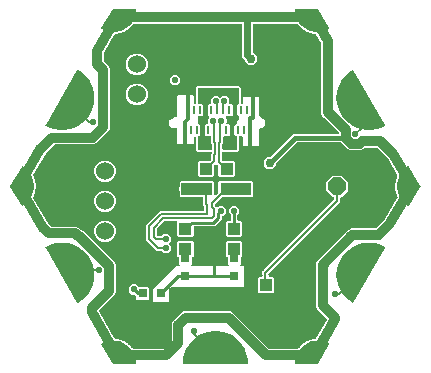
<source format=gbr>
G04 EAGLE Gerber RS-274X export*
G75*
%MOMM*%
%FSLAX34Y34*%
%LPD*%
%INTop Copper*%
%IPPOS*%
%AMOC8*
5,1,8,0,0,1.08239X$1,22.5*%
G01*
%ADD10R,1.000000X1.100000*%
%ADD11R,0.800000X0.800000*%
%ADD12P,1.649562X8X22.500000*%
%ADD13C,1.524000*%
%ADD14R,0.290000X0.700000*%
%ADD15C,1.008000*%
%ADD16C,1.530000*%
%ADD17R,1.100000X1.000000*%
%ADD18C,1.000000*%
%ADD19C,0.812800*%
%ADD20C,0.750000*%
%ADD21C,0.406400*%
%ADD22C,0.609600*%
%ADD23C,0.304800*%
%ADD24C,0.254000*%
%ADD25C,0.203200*%
%ADD26C,0.554800*%
%ADD27C,1.016000*%

G36*
X-44040Y13316D02*
X-44040Y13316D01*
X-43949Y13323D01*
X-43919Y13336D01*
X-43888Y13341D01*
X-43807Y13384D01*
X-43723Y13419D01*
X-43691Y13445D01*
X-43670Y13456D01*
X-43648Y13479D01*
X-43592Y13524D01*
X-37169Y19948D01*
X-37116Y20021D01*
X-37056Y20091D01*
X-37044Y20121D01*
X-37025Y20147D01*
X-36998Y20234D01*
X-36964Y20319D01*
X-36960Y20360D01*
X-36953Y20382D01*
X-36954Y20415D01*
X-36946Y20486D01*
X-36946Y34526D01*
X-36095Y36580D01*
X-28250Y44425D01*
X-26195Y45276D01*
X12224Y45276D01*
X14278Y44425D01*
X45179Y13524D01*
X45253Y13471D01*
X45323Y13412D01*
X45353Y13399D01*
X45379Y13381D01*
X45466Y13354D01*
X45551Y13320D01*
X45592Y13315D01*
X45614Y13308D01*
X45646Y13309D01*
X45718Y13301D01*
X69256Y13301D01*
X69308Y13310D01*
X69361Y13308D01*
X69429Y13330D01*
X69499Y13341D01*
X69545Y13366D01*
X69596Y13381D01*
X69653Y13423D01*
X69716Y13456D01*
X69752Y13494D01*
X69795Y13525D01*
X69866Y13614D01*
X69885Y13634D01*
X69890Y13644D01*
X69900Y13656D01*
X70137Y14032D01*
X70217Y14073D01*
X70303Y14108D01*
X70326Y14127D01*
X70354Y14141D01*
X70478Y14254D01*
X71313Y15199D01*
X71330Y15225D01*
X71351Y15246D01*
X71395Y15328D01*
X71444Y15407D01*
X71451Y15437D01*
X71466Y15463D01*
X71486Y15561D01*
X71969Y15956D01*
X71991Y15981D01*
X72058Y16041D01*
X72467Y16504D01*
X72553Y16531D01*
X72644Y16552D01*
X72670Y16568D01*
X72698Y16577D01*
X72839Y16668D01*
X73816Y17467D01*
X73836Y17490D01*
X73861Y17507D01*
X73917Y17582D01*
X73978Y17652D01*
X73990Y17680D01*
X74008Y17704D01*
X74044Y17797D01*
X74585Y18109D01*
X74610Y18130D01*
X74685Y18179D01*
X75164Y18571D01*
X75253Y18583D01*
X75346Y18589D01*
X75374Y18601D01*
X75404Y18605D01*
X75557Y18673D01*
X76649Y19305D01*
X76673Y19324D01*
X76700Y19337D01*
X76767Y19402D01*
X76839Y19461D01*
X76855Y19486D01*
X76877Y19507D01*
X76928Y19593D01*
X77511Y19815D01*
X77540Y19832D01*
X77622Y19868D01*
X78157Y20178D01*
X78247Y20176D01*
X78340Y20167D01*
X78369Y20174D01*
X78399Y20173D01*
X78562Y20215D01*
X79741Y20664D01*
X79767Y20679D01*
X79796Y20687D01*
X79873Y20740D01*
X79954Y20787D01*
X79974Y20810D01*
X79999Y20827D01*
X80062Y20904D01*
X80674Y21029D01*
X80704Y21041D01*
X80791Y21064D01*
X81369Y21284D01*
X81458Y21268D01*
X81548Y21244D01*
X81578Y21246D01*
X81608Y21240D01*
X81775Y21256D01*
X83011Y21509D01*
X83039Y21520D01*
X83069Y21524D01*
X83154Y21564D01*
X83241Y21597D01*
X83264Y21616D01*
X83291Y21630D01*
X83366Y21695D01*
X83990Y21721D01*
X84022Y21727D01*
X84112Y21736D01*
X84922Y21902D01*
X84929Y21901D01*
X84971Y21911D01*
X85014Y21912D01*
X85090Y21939D01*
X85169Y21957D01*
X85205Y21979D01*
X85246Y21994D01*
X85309Y22043D01*
X85378Y22086D01*
X85406Y22119D01*
X85439Y22145D01*
X85528Y22266D01*
X85536Y22275D01*
X85536Y22277D01*
X85539Y22280D01*
X94494Y37792D01*
X94509Y37833D01*
X94533Y37869D01*
X94553Y37947D01*
X94581Y38022D01*
X94582Y38065D01*
X94593Y38108D01*
X94587Y38188D01*
X94590Y38267D01*
X94577Y38309D01*
X94574Y38353D01*
X94543Y38427D01*
X94520Y38503D01*
X94495Y38539D01*
X94478Y38579D01*
X94387Y38693D01*
X94379Y38705D01*
X94376Y38707D01*
X94373Y38710D01*
X87847Y45236D01*
X86168Y46915D01*
X85317Y48969D01*
X85317Y85668D01*
X86168Y87722D01*
X112722Y114275D01*
X114776Y115126D01*
X135482Y115126D01*
X135572Y115141D01*
X135663Y115148D01*
X135693Y115161D01*
X135725Y115166D01*
X135806Y115209D01*
X135890Y115244D01*
X135922Y115270D01*
X135942Y115281D01*
X135965Y115304D01*
X136021Y115349D01*
X143639Y122968D01*
X143648Y122980D01*
X143661Y122990D01*
X143760Y123125D01*
X154077Y140996D01*
X154118Y141103D01*
X154160Y141208D01*
X154161Y141218D01*
X154164Y141226D01*
X154169Y141340D01*
X154175Y141454D01*
X154173Y141465D01*
X154173Y141472D01*
X154167Y141495D01*
X154140Y141618D01*
X153849Y142490D01*
X153834Y142519D01*
X153801Y142603D01*
X153514Y143150D01*
X153519Y143240D01*
X153532Y143332D01*
X153527Y143362D01*
X153528Y143392D01*
X153493Y143556D01*
X153091Y144759D01*
X153077Y144786D01*
X153070Y144815D01*
X153020Y144894D01*
X152977Y144977D01*
X152955Y144998D01*
X152939Y145023D01*
X152865Y145090D01*
X152765Y145706D01*
X152754Y145737D01*
X152736Y145825D01*
X152540Y146412D01*
X152560Y146499D01*
X152587Y146588D01*
X152586Y146618D01*
X152593Y146648D01*
X152585Y146816D01*
X152381Y148067D01*
X152372Y148096D01*
X152369Y148126D01*
X152333Y148212D01*
X152303Y148300D01*
X152285Y148325D01*
X152273Y148352D01*
X152211Y148430D01*
X152211Y149055D01*
X152205Y149087D01*
X152201Y149177D01*
X152102Y149787D01*
X152135Y149870D01*
X152177Y149954D01*
X152181Y149984D01*
X152192Y150012D01*
X152211Y150178D01*
X152211Y151447D01*
X152206Y151476D01*
X152208Y151507D01*
X152186Y151597D01*
X152171Y151689D01*
X152157Y151716D01*
X152150Y151746D01*
X152101Y151832D01*
X152201Y152448D01*
X152201Y152481D01*
X152211Y152570D01*
X152211Y153189D01*
X152257Y153265D01*
X152312Y153341D01*
X152321Y153370D01*
X152336Y153396D01*
X152381Y153558D01*
X152585Y154809D01*
X152585Y154840D01*
X152592Y154869D01*
X152587Y154930D01*
X152587Y154933D01*
X152586Y154937D01*
X152584Y154962D01*
X152584Y155055D01*
X152575Y155084D01*
X152572Y155114D01*
X152538Y155208D01*
X152736Y155800D01*
X152741Y155832D01*
X152765Y155919D01*
X152864Y156529D01*
X152922Y156597D01*
X152988Y156664D01*
X153002Y156691D01*
X153021Y156714D01*
X153091Y156866D01*
X153493Y158069D01*
X153498Y158099D01*
X153510Y158127D01*
X153517Y158220D01*
X153532Y158312D01*
X153527Y158342D01*
X153530Y158372D01*
X153511Y158469D01*
X153801Y159022D01*
X153811Y159053D01*
X153849Y159135D01*
X154140Y160007D01*
X154141Y160015D01*
X154143Y160017D01*
X154144Y160034D01*
X154158Y160119D01*
X154179Y160232D01*
X154178Y160241D01*
X154179Y160250D01*
X154161Y160362D01*
X154145Y160475D01*
X154140Y160485D01*
X154139Y160493D01*
X154128Y160513D01*
X154077Y160629D01*
X145928Y174744D01*
X145918Y174756D01*
X145912Y174771D01*
X145807Y174902D01*
X137608Y183101D01*
X137534Y183154D01*
X137465Y183213D01*
X137434Y183226D01*
X137408Y183244D01*
X137321Y183271D01*
X137236Y183305D01*
X137196Y183310D01*
X137173Y183317D01*
X137141Y183316D01*
X137070Y183324D01*
X126692Y183324D01*
X126602Y183309D01*
X126511Y183302D01*
X126481Y183289D01*
X126449Y183284D01*
X126369Y183241D01*
X126285Y183206D01*
X126253Y183180D01*
X126232Y183169D01*
X126210Y183146D01*
X126154Y183101D01*
X125215Y182163D01*
X123161Y181312D01*
X114011Y181312D01*
X111957Y182163D01*
X107165Y186954D01*
X106100Y188019D01*
X106026Y188072D01*
X105957Y188132D01*
X105927Y188144D01*
X105900Y188163D01*
X105813Y188189D01*
X105728Y188224D01*
X105688Y188228D01*
X105665Y188235D01*
X105633Y188234D01*
X105562Y188242D01*
X69200Y188242D01*
X69110Y188227D01*
X69019Y188220D01*
X68989Y188208D01*
X68957Y188202D01*
X68876Y188160D01*
X68793Y188124D01*
X68760Y188098D01*
X68740Y188087D01*
X68718Y188064D01*
X68662Y188019D01*
X51535Y170893D01*
X51482Y170819D01*
X51423Y170749D01*
X51410Y170719D01*
X51392Y170693D01*
X51365Y170606D01*
X51331Y170521D01*
X51326Y170480D01*
X51319Y170458D01*
X51320Y170426D01*
X51312Y170354D01*
X51312Y168240D01*
X48222Y165150D01*
X43853Y165150D01*
X40763Y168240D01*
X40763Y172610D01*
X43853Y175700D01*
X45967Y175700D01*
X46057Y175714D01*
X46148Y175722D01*
X46178Y175734D01*
X46210Y175739D01*
X46290Y175782D01*
X46374Y175818D01*
X46406Y175844D01*
X46427Y175855D01*
X46449Y175878D01*
X46505Y175923D01*
X65938Y195356D01*
X103785Y195356D01*
X103856Y195367D01*
X103928Y195369D01*
X103977Y195387D01*
X104028Y195395D01*
X104092Y195429D01*
X104159Y195453D01*
X104200Y195486D01*
X104246Y195510D01*
X104295Y195562D01*
X104351Y195607D01*
X104379Y195651D01*
X104415Y195689D01*
X104445Y195754D01*
X104484Y195814D01*
X104497Y195865D01*
X104519Y195912D01*
X104526Y195983D01*
X104544Y196053D01*
X104540Y196105D01*
X104546Y196156D01*
X104530Y196226D01*
X104525Y196298D01*
X104504Y196346D01*
X104493Y196397D01*
X104457Y196458D01*
X104429Y196524D01*
X104384Y196580D01*
X104367Y196608D01*
X104349Y196623D01*
X104324Y196655D01*
X92191Y208787D01*
X90512Y210467D01*
X89661Y212521D01*
X89661Y272000D01*
X89643Y272113D01*
X89627Y272227D01*
X89623Y272236D01*
X89622Y272243D01*
X89611Y272262D01*
X89559Y272381D01*
X85539Y279345D01*
X85511Y279378D01*
X85492Y279416D01*
X85434Y279473D01*
X85383Y279535D01*
X85346Y279558D01*
X85315Y279588D01*
X85243Y279623D01*
X85175Y279666D01*
X85133Y279676D01*
X85094Y279694D01*
X85014Y279704D01*
X84936Y279723D01*
X84925Y279722D01*
X84112Y279889D01*
X84079Y279891D01*
X83990Y279904D01*
X83372Y279930D01*
X83298Y279979D01*
X83224Y280037D01*
X83196Y280047D01*
X83170Y280064D01*
X83011Y280116D01*
X81775Y280369D01*
X81744Y280371D01*
X81715Y280379D01*
X81622Y280376D01*
X81529Y280379D01*
X81500Y280371D01*
X81470Y280370D01*
X81375Y280339D01*
X80791Y280561D01*
X80759Y280568D01*
X80674Y280596D01*
X80068Y280720D01*
X80002Y280781D01*
X79939Y280849D01*
X79912Y280864D01*
X79890Y280885D01*
X79741Y280961D01*
X78562Y281410D01*
X78532Y281416D01*
X78505Y281429D01*
X78412Y281441D01*
X78321Y281459D01*
X78291Y281455D01*
X78261Y281459D01*
X78162Y281444D01*
X77622Y281757D01*
X77591Y281769D01*
X77511Y281810D01*
X76933Y282030D01*
X76878Y282100D01*
X76827Y282178D01*
X76803Y282197D01*
X76784Y282221D01*
X76649Y282320D01*
X75557Y282952D01*
X75529Y282963D01*
X75504Y282981D01*
X75415Y283007D01*
X75327Y283040D01*
X75297Y283041D01*
X75268Y283049D01*
X75169Y283050D01*
X74685Y283446D01*
X74657Y283462D01*
X74585Y283516D01*
X74049Y283825D01*
X74006Y283904D01*
X73968Y283989D01*
X73948Y284011D01*
X73933Y284038D01*
X73816Y284158D01*
X72839Y284957D01*
X72813Y284972D01*
X72791Y284993D01*
X72707Y285033D01*
X72626Y285080D01*
X72596Y285086D01*
X72569Y285099D01*
X72471Y285116D01*
X72058Y285584D01*
X72032Y285604D01*
X71969Y285669D01*
X71491Y286060D01*
X71461Y286145D01*
X71437Y286235D01*
X71420Y286260D01*
X71410Y286289D01*
X71313Y286426D01*
X70478Y287371D01*
X70454Y287391D01*
X70436Y287415D01*
X70360Y287468D01*
X70287Y287527D01*
X70259Y287538D01*
X70234Y287555D01*
X70140Y287587D01*
X69900Y287969D01*
X69865Y288008D01*
X69838Y288053D01*
X69784Y288100D01*
X69737Y288153D01*
X69691Y288179D01*
X69651Y288213D01*
X69585Y288240D01*
X69523Y288275D01*
X69472Y288286D01*
X69423Y288305D01*
X69310Y288318D01*
X69282Y288323D01*
X69272Y288322D01*
X69256Y288324D01*
X32321Y288324D01*
X32302Y288321D01*
X32282Y288323D01*
X32181Y288301D01*
X32079Y288284D01*
X32061Y288275D01*
X32042Y288270D01*
X31953Y288217D01*
X31861Y288169D01*
X31848Y288155D01*
X31831Y288144D01*
X31763Y288066D01*
X31692Y287991D01*
X31684Y287973D01*
X31671Y287957D01*
X31632Y287861D01*
X31588Y287768D01*
X31586Y287748D01*
X31579Y287729D01*
X31560Y287563D01*
X31560Y264773D01*
X31563Y264754D01*
X31561Y264734D01*
X31583Y264633D01*
X31600Y264531D01*
X31609Y264513D01*
X31614Y264494D01*
X31667Y264405D01*
X31715Y264313D01*
X31729Y264300D01*
X31740Y264283D01*
X31818Y264215D01*
X31893Y264144D01*
X31911Y264136D01*
X31927Y264123D01*
X32023Y264084D01*
X32116Y264040D01*
X32136Y264038D01*
X32155Y264031D01*
X32321Y264012D01*
X32347Y264012D01*
X35437Y260922D01*
X35437Y256553D01*
X32347Y253463D01*
X27978Y253463D01*
X24888Y256553D01*
X24888Y257230D01*
X24873Y257320D01*
X24866Y257411D01*
X24853Y257441D01*
X24848Y257473D01*
X24805Y257554D01*
X24770Y257637D01*
X24744Y257670D01*
X24733Y257690D01*
X24710Y257712D01*
X24665Y257768D01*
X22415Y260018D01*
X22415Y287563D01*
X22412Y287582D01*
X22414Y287602D01*
X22392Y287703D01*
X22375Y287805D01*
X22366Y287823D01*
X22361Y287842D01*
X22308Y287931D01*
X22260Y288023D01*
X22246Y288036D01*
X22235Y288053D01*
X22157Y288121D01*
X22082Y288192D01*
X22064Y288200D01*
X22048Y288213D01*
X21952Y288252D01*
X21859Y288296D01*
X21839Y288298D01*
X21820Y288305D01*
X21654Y288324D01*
X-69256Y288324D01*
X-69308Y288315D01*
X-69361Y288316D01*
X-69428Y288295D01*
X-69499Y288284D01*
X-69545Y288259D01*
X-69596Y288244D01*
X-69653Y288202D01*
X-69716Y288169D01*
X-69752Y288131D01*
X-69795Y288100D01*
X-69866Y288011D01*
X-69885Y287991D01*
X-69890Y287981D01*
X-69900Y287969D01*
X-70137Y287593D01*
X-70217Y287552D01*
X-70303Y287517D01*
X-70326Y287498D01*
X-70354Y287484D01*
X-70478Y287371D01*
X-71313Y286426D01*
X-71330Y286400D01*
X-71351Y286379D01*
X-71395Y286297D01*
X-71444Y286218D01*
X-71451Y286188D01*
X-71466Y286162D01*
X-71486Y286064D01*
X-71969Y285669D01*
X-71991Y285644D01*
X-72058Y285584D01*
X-72467Y285121D01*
X-72553Y285094D01*
X-72644Y285073D01*
X-72670Y285057D01*
X-72698Y285048D01*
X-72839Y284957D01*
X-73816Y284158D01*
X-73836Y284135D01*
X-73861Y284118D01*
X-73917Y284043D01*
X-73978Y283973D01*
X-73990Y283945D01*
X-74008Y283921D01*
X-74044Y283828D01*
X-74585Y283516D01*
X-74610Y283495D01*
X-74685Y283446D01*
X-75164Y283054D01*
X-75253Y283042D01*
X-75346Y283036D01*
X-75374Y283024D01*
X-75404Y283020D01*
X-75557Y282952D01*
X-76649Y282320D01*
X-76673Y282301D01*
X-76700Y282288D01*
X-76767Y282223D01*
X-76839Y282164D01*
X-76856Y282139D01*
X-76877Y282118D01*
X-76928Y282032D01*
X-77511Y281810D01*
X-77540Y281793D01*
X-77622Y281757D01*
X-78157Y281447D01*
X-78247Y281449D01*
X-78340Y281458D01*
X-78369Y281451D01*
X-78399Y281452D01*
X-78562Y281410D01*
X-79741Y280961D01*
X-79767Y280946D01*
X-79796Y280938D01*
X-79873Y280885D01*
X-79954Y280838D01*
X-79974Y280815D01*
X-79999Y280798D01*
X-80062Y280721D01*
X-80674Y280596D01*
X-80704Y280584D01*
X-80791Y280561D01*
X-81369Y280341D01*
X-81458Y280357D01*
X-81548Y280381D01*
X-81578Y280379D01*
X-81608Y280385D01*
X-81775Y280369D01*
X-83011Y280116D01*
X-83039Y280105D01*
X-83069Y280101D01*
X-83154Y280061D01*
X-83241Y280028D01*
X-83264Y280009D01*
X-83291Y279995D01*
X-83366Y279930D01*
X-83990Y279904D01*
X-84022Y279898D01*
X-84112Y279889D01*
X-84922Y279723D01*
X-84929Y279724D01*
X-84971Y279714D01*
X-85014Y279713D01*
X-85090Y279686D01*
X-85169Y279668D01*
X-85205Y279646D01*
X-85246Y279631D01*
X-85309Y279582D01*
X-85378Y279539D01*
X-85406Y279506D01*
X-85439Y279480D01*
X-85528Y279359D01*
X-85536Y279350D01*
X-85536Y279348D01*
X-85539Y279345D01*
X-94322Y264132D01*
X-94356Y264041D01*
X-94395Y263957D01*
X-94397Y263939D01*
X-94405Y263918D01*
X-94406Y263908D01*
X-94409Y263902D01*
X-94410Y263879D01*
X-94424Y263751D01*
X-94424Y256630D01*
X-94409Y256540D01*
X-94402Y256449D01*
X-94389Y256419D01*
X-94384Y256388D01*
X-94341Y256307D01*
X-94306Y256223D01*
X-94280Y256191D01*
X-94269Y256170D01*
X-94246Y256148D01*
X-94201Y256092D01*
X-90512Y252403D01*
X-89661Y250349D01*
X-89661Y199681D01*
X-90512Y197626D01*
X-100789Y187350D01*
X-102843Y186499D01*
X-135482Y186499D01*
X-135572Y186484D01*
X-135663Y186477D01*
X-135693Y186464D01*
X-135725Y186459D01*
X-135806Y186416D01*
X-135890Y186381D01*
X-135922Y186355D01*
X-135942Y186344D01*
X-135965Y186321D01*
X-136021Y186276D01*
X-143639Y178657D01*
X-143648Y178645D01*
X-143661Y178635D01*
X-143760Y178500D01*
X-154077Y160629D01*
X-154118Y160522D01*
X-154160Y160417D01*
X-154161Y160407D01*
X-154164Y160399D01*
X-154168Y160285D01*
X-154175Y160171D01*
X-154173Y160160D01*
X-154173Y160153D01*
X-154167Y160130D01*
X-154140Y160007D01*
X-153849Y159135D01*
X-153834Y159106D01*
X-153801Y159022D01*
X-153514Y158475D01*
X-153519Y158385D01*
X-153532Y158293D01*
X-153527Y158263D01*
X-153528Y158233D01*
X-153493Y158069D01*
X-153092Y156866D01*
X-153077Y156839D01*
X-153070Y156810D01*
X-153020Y156731D01*
X-152977Y156648D01*
X-152955Y156627D01*
X-152939Y156602D01*
X-152865Y156535D01*
X-152765Y155919D01*
X-152754Y155888D01*
X-152736Y155800D01*
X-152540Y155213D01*
X-152560Y155126D01*
X-152587Y155037D01*
X-152586Y155007D01*
X-152593Y154977D01*
X-152587Y154857D01*
X-152587Y154854D01*
X-152587Y154852D01*
X-152585Y154809D01*
X-152381Y153558D01*
X-152372Y153529D01*
X-152369Y153499D01*
X-152333Y153413D01*
X-152303Y153325D01*
X-152285Y153300D01*
X-152273Y153273D01*
X-152211Y153195D01*
X-152211Y152570D01*
X-152205Y152538D01*
X-152201Y152448D01*
X-152102Y151838D01*
X-152135Y151755D01*
X-152177Y151671D01*
X-152181Y151641D01*
X-152192Y151613D01*
X-152211Y151447D01*
X-152211Y150178D01*
X-152206Y150149D01*
X-152208Y150118D01*
X-152186Y150028D01*
X-152171Y149936D01*
X-152157Y149909D01*
X-152150Y149879D01*
X-152101Y149793D01*
X-152201Y149177D01*
X-152201Y149144D01*
X-152211Y149055D01*
X-152211Y148436D01*
X-152257Y148360D01*
X-152312Y148284D01*
X-152321Y148255D01*
X-152336Y148229D01*
X-152381Y148067D01*
X-152585Y146816D01*
X-152585Y146785D01*
X-152592Y146756D01*
X-152584Y146663D01*
X-152584Y146570D01*
X-152575Y146541D01*
X-152572Y146511D01*
X-152538Y146417D01*
X-152736Y145825D01*
X-152741Y145793D01*
X-152765Y145706D01*
X-152864Y145096D01*
X-152922Y145028D01*
X-152988Y144962D01*
X-153002Y144934D01*
X-153021Y144911D01*
X-153092Y144759D01*
X-153493Y143556D01*
X-153498Y143526D01*
X-153510Y143498D01*
X-153517Y143405D01*
X-153532Y143313D01*
X-153527Y143283D01*
X-153530Y143253D01*
X-153511Y143156D01*
X-153801Y142603D01*
X-153811Y142572D01*
X-153849Y142490D01*
X-154140Y141618D01*
X-154158Y141505D01*
X-154179Y141393D01*
X-154178Y141384D01*
X-154179Y141375D01*
X-154161Y141263D01*
X-154145Y141150D01*
X-154140Y141140D01*
X-154139Y141132D01*
X-154128Y141112D01*
X-154077Y140996D01*
X-141592Y119369D01*
X-141581Y119357D01*
X-141575Y119343D01*
X-141471Y119212D01*
X-139196Y116937D01*
X-139122Y116884D01*
X-139052Y116824D01*
X-139022Y116812D01*
X-138996Y116793D01*
X-138909Y116766D01*
X-138824Y116732D01*
X-138783Y116728D01*
X-138761Y116721D01*
X-138729Y116722D01*
X-138657Y116714D01*
X-117663Y116714D01*
X-115609Y115863D01*
X-113930Y114184D01*
X-113765Y114019D01*
X-113712Y113981D01*
X-113665Y113935D01*
X-113602Y113900D01*
X-113598Y113897D01*
X-113591Y113894D01*
X-113565Y113875D01*
X-113547Y113870D01*
X-113518Y113854D01*
X-111951Y113205D01*
X-85152Y86406D01*
X-84301Y84352D01*
X-84301Y61398D01*
X-85152Y59344D01*
X-86831Y57665D01*
X-98550Y45946D01*
X-98576Y45911D01*
X-98608Y45881D01*
X-98647Y45811D01*
X-98694Y45746D01*
X-98707Y45705D01*
X-98728Y45666D01*
X-98743Y45588D01*
X-98766Y45511D01*
X-98765Y45467D01*
X-98773Y45424D01*
X-98762Y45345D01*
X-98760Y45265D01*
X-98745Y45224D01*
X-98739Y45181D01*
X-98680Y45047D01*
X-98675Y45034D01*
X-98673Y45032D01*
X-98671Y45027D01*
X-85539Y22280D01*
X-85512Y22248D01*
X-85493Y22210D01*
X-85435Y22153D01*
X-85383Y22090D01*
X-85347Y22067D01*
X-85317Y22038D01*
X-85244Y22003D01*
X-85175Y21959D01*
X-85133Y21949D01*
X-85095Y21931D01*
X-85015Y21921D01*
X-84936Y21902D01*
X-84925Y21903D01*
X-84112Y21736D01*
X-84079Y21734D01*
X-83990Y21721D01*
X-83372Y21695D01*
X-83298Y21646D01*
X-83224Y21588D01*
X-83196Y21578D01*
X-83170Y21561D01*
X-83011Y21509D01*
X-81775Y21256D01*
X-81744Y21254D01*
X-81715Y21246D01*
X-81622Y21249D01*
X-81529Y21246D01*
X-81500Y21254D01*
X-81470Y21255D01*
X-81375Y21286D01*
X-80791Y21064D01*
X-80759Y21057D01*
X-80674Y21029D01*
X-80068Y20905D01*
X-80002Y20844D01*
X-79939Y20776D01*
X-79912Y20761D01*
X-79890Y20740D01*
X-79741Y20664D01*
X-78562Y20215D01*
X-78532Y20209D01*
X-78505Y20196D01*
X-78412Y20184D01*
X-78321Y20166D01*
X-78291Y20170D01*
X-78261Y20166D01*
X-78162Y20181D01*
X-77622Y19868D01*
X-77591Y19856D01*
X-77511Y19815D01*
X-76933Y19595D01*
X-76878Y19525D01*
X-76827Y19447D01*
X-76803Y19428D01*
X-76784Y19404D01*
X-76649Y19305D01*
X-75557Y18673D01*
X-75529Y18662D01*
X-75504Y18644D01*
X-75415Y18618D01*
X-75327Y18585D01*
X-75297Y18584D01*
X-75268Y18576D01*
X-75169Y18575D01*
X-74685Y18179D01*
X-74657Y18163D01*
X-74585Y18109D01*
X-74049Y17800D01*
X-74006Y17721D01*
X-73968Y17636D01*
X-73948Y17614D01*
X-73933Y17587D01*
X-73816Y17467D01*
X-72839Y16668D01*
X-72813Y16653D01*
X-72791Y16632D01*
X-72707Y16592D01*
X-72626Y16545D01*
X-72596Y16539D01*
X-72569Y16526D01*
X-72471Y16509D01*
X-72058Y16041D01*
X-72032Y16021D01*
X-71969Y15956D01*
X-71491Y15565D01*
X-71461Y15480D01*
X-71437Y15390D01*
X-71420Y15365D01*
X-71410Y15336D01*
X-71313Y15199D01*
X-70478Y14254D01*
X-70454Y14234D01*
X-70436Y14210D01*
X-70360Y14157D01*
X-70287Y14098D01*
X-70259Y14087D01*
X-70234Y14070D01*
X-70140Y14038D01*
X-69900Y13656D01*
X-69865Y13617D01*
X-69838Y13572D01*
X-69784Y13525D01*
X-69737Y13472D01*
X-69691Y13446D01*
X-69651Y13412D01*
X-69585Y13385D01*
X-69523Y13350D01*
X-69471Y13339D01*
X-69422Y13320D01*
X-69310Y13307D01*
X-69282Y13302D01*
X-69272Y13303D01*
X-69256Y13301D01*
X-44130Y13301D01*
X-44040Y13316D01*
G37*
%LPC*%
G36*
X-14069Y159138D02*
X-14069Y159138D01*
X-14962Y160031D01*
X-14962Y171294D01*
X-14069Y172187D01*
X-4821Y172187D01*
X-4731Y172202D01*
X-4640Y172209D01*
X-4610Y172222D01*
X-4578Y172227D01*
X-4498Y172270D01*
X-4414Y172305D01*
X-4382Y172331D01*
X-4361Y172342D01*
X-4339Y172365D01*
X-4283Y172410D01*
X-3748Y172945D01*
X-3695Y173019D01*
X-3635Y173089D01*
X-3623Y173119D01*
X-3604Y173145D01*
X-3578Y173232D01*
X-3543Y173317D01*
X-3539Y173358D01*
X-3532Y173380D01*
X-3533Y173412D01*
X-3525Y173483D01*
X-3525Y178039D01*
X-2954Y178610D01*
X-2901Y178684D01*
X-2842Y178754D01*
X-2829Y178784D01*
X-2811Y178810D01*
X-2784Y178897D01*
X-2750Y178982D01*
X-2745Y179023D01*
X-2738Y179045D01*
X-2739Y179077D01*
X-2731Y179148D01*
X-2731Y179515D01*
X-2734Y179534D01*
X-2732Y179554D01*
X-2754Y179655D01*
X-2771Y179757D01*
X-2780Y179775D01*
X-2785Y179794D01*
X-2838Y179883D01*
X-2886Y179975D01*
X-2900Y179988D01*
X-2911Y180005D01*
X-2989Y180073D01*
X-3064Y180144D01*
X-3082Y180152D01*
X-3098Y180165D01*
X-3194Y180204D01*
X-3287Y180248D01*
X-3307Y180250D01*
X-3326Y180257D01*
X-3492Y180276D01*
X-15235Y180276D01*
X-16574Y181615D01*
X-16574Y192402D01*
X-16577Y192421D01*
X-16575Y192441D01*
X-16597Y192542D01*
X-16614Y192644D01*
X-16623Y192662D01*
X-16628Y192681D01*
X-16681Y192770D01*
X-16729Y192862D01*
X-16743Y192875D01*
X-16754Y192892D01*
X-16832Y192960D01*
X-16907Y193031D01*
X-16925Y193039D01*
X-16941Y193052D01*
X-17037Y193091D01*
X-17130Y193135D01*
X-17150Y193137D01*
X-17169Y193144D01*
X-17335Y193163D01*
X-17526Y193163D01*
X-17546Y193160D01*
X-17565Y193162D01*
X-17667Y193140D01*
X-17769Y193123D01*
X-17786Y193114D01*
X-17806Y193109D01*
X-17895Y193056D01*
X-17986Y193008D01*
X-18000Y192994D01*
X-18017Y192983D01*
X-18084Y192905D01*
X-18156Y192830D01*
X-18164Y192812D01*
X-18177Y192796D01*
X-18216Y192700D01*
X-18259Y192607D01*
X-18261Y192587D01*
X-18269Y192568D01*
X-18287Y192402D01*
X-18287Y187009D01*
X-18734Y186562D01*
X-32066Y186562D01*
X-32513Y187009D01*
X-32513Y199276D01*
X-32516Y199295D01*
X-32514Y199315D01*
X-32536Y199416D01*
X-32552Y199518D01*
X-32562Y199536D01*
X-32566Y199555D01*
X-32619Y199644D01*
X-32668Y199736D01*
X-32682Y199749D01*
X-32692Y199766D01*
X-32771Y199834D01*
X-32846Y199905D01*
X-32864Y199913D01*
X-32879Y199926D01*
X-32975Y199965D01*
X-33069Y200009D01*
X-33089Y200011D01*
X-33107Y200018D01*
X-33274Y200037D01*
X-36380Y200037D01*
X-39163Y202820D01*
X-39163Y206755D01*
X-36380Y209538D01*
X-33274Y209538D01*
X-33254Y209541D01*
X-33235Y209539D01*
X-33133Y209561D01*
X-33031Y209578D01*
X-33014Y209587D01*
X-32994Y209592D01*
X-32905Y209645D01*
X-32814Y209693D01*
X-32800Y209707D01*
X-32783Y209718D01*
X-32716Y209796D01*
X-32644Y209871D01*
X-32636Y209889D01*
X-32623Y209905D01*
X-32584Y210001D01*
X-32541Y210094D01*
X-32539Y210114D01*
X-32531Y210133D01*
X-32513Y210299D01*
X-32513Y227328D01*
X-32066Y227775D01*
X-18734Y227775D01*
X-18287Y227328D01*
X-18287Y220973D01*
X-18284Y220954D01*
X-18286Y220934D01*
X-18264Y220833D01*
X-18248Y220731D01*
X-18238Y220713D01*
X-18234Y220694D01*
X-18181Y220605D01*
X-18132Y220513D01*
X-18118Y220500D01*
X-18108Y220483D01*
X-18029Y220415D01*
X-17954Y220344D01*
X-17936Y220336D01*
X-17921Y220323D01*
X-17825Y220284D01*
X-17731Y220240D01*
X-17711Y220238D01*
X-17693Y220231D01*
X-17526Y220212D01*
X-17335Y220212D01*
X-17316Y220215D01*
X-17296Y220213D01*
X-17195Y220235D01*
X-17093Y220252D01*
X-17075Y220261D01*
X-17056Y220266D01*
X-16967Y220319D01*
X-16875Y220367D01*
X-16862Y220381D01*
X-16845Y220392D01*
X-16777Y220470D01*
X-16706Y220545D01*
X-16698Y220563D01*
X-16685Y220579D01*
X-16646Y220675D01*
X-16602Y220768D01*
X-16600Y220788D01*
X-16593Y220807D01*
X-16574Y220973D01*
X-16574Y234310D01*
X-15235Y235649D01*
X19997Y235649D01*
X21337Y234310D01*
X21337Y220973D01*
X21340Y220954D01*
X21338Y220934D01*
X21360Y220833D01*
X21376Y220731D01*
X21386Y220713D01*
X21390Y220694D01*
X21443Y220605D01*
X21492Y220513D01*
X21506Y220500D01*
X21516Y220483D01*
X21595Y220415D01*
X21670Y220344D01*
X21688Y220336D01*
X21703Y220323D01*
X21799Y220284D01*
X21893Y220240D01*
X21913Y220238D01*
X21931Y220231D01*
X22098Y220212D01*
X22289Y220212D01*
X22308Y220215D01*
X22328Y220213D01*
X22429Y220235D01*
X22531Y220252D01*
X22549Y220261D01*
X22568Y220266D01*
X22657Y220319D01*
X22749Y220367D01*
X22762Y220381D01*
X22779Y220392D01*
X22847Y220470D01*
X22918Y220545D01*
X22926Y220563D01*
X22939Y220579D01*
X22978Y220675D01*
X23022Y220768D01*
X23024Y220788D01*
X23031Y220807D01*
X23050Y220973D01*
X23050Y225741D01*
X23497Y226188D01*
X36828Y226188D01*
X37275Y225741D01*
X37275Y210299D01*
X37278Y210280D01*
X37276Y210260D01*
X37298Y210159D01*
X37315Y210057D01*
X37324Y210039D01*
X37329Y210020D01*
X37382Y209931D01*
X37430Y209839D01*
X37444Y209826D01*
X37455Y209809D01*
X37533Y209741D01*
X37608Y209670D01*
X37626Y209662D01*
X37642Y209649D01*
X37738Y209610D01*
X37831Y209566D01*
X37851Y209564D01*
X37870Y209557D01*
X38036Y209538D01*
X39555Y209538D01*
X42338Y206755D01*
X42338Y202820D01*
X39555Y200037D01*
X38036Y200037D01*
X38017Y200034D01*
X37997Y200036D01*
X37896Y200014D01*
X37794Y199997D01*
X37776Y199988D01*
X37757Y199983D01*
X37668Y199930D01*
X37576Y199882D01*
X37563Y199868D01*
X37546Y199857D01*
X37478Y199779D01*
X37407Y199704D01*
X37399Y199686D01*
X37386Y199670D01*
X37347Y199574D01*
X37303Y199481D01*
X37301Y199461D01*
X37294Y199442D01*
X37275Y199276D01*
X37275Y185422D01*
X36828Y184975D01*
X23497Y184975D01*
X23050Y185422D01*
X23050Y192402D01*
X23047Y192421D01*
X23049Y192441D01*
X23027Y192542D01*
X23010Y192644D01*
X23001Y192662D01*
X22996Y192681D01*
X22943Y192770D01*
X22895Y192862D01*
X22881Y192875D01*
X22870Y192892D01*
X22792Y192960D01*
X22717Y193031D01*
X22699Y193039D01*
X22683Y193052D01*
X22587Y193091D01*
X22494Y193135D01*
X22474Y193137D01*
X22455Y193144D01*
X22289Y193163D01*
X21959Y193163D01*
X21926Y193186D01*
X21907Y193192D01*
X21890Y193203D01*
X21790Y193228D01*
X21691Y193259D01*
X21671Y193258D01*
X21652Y193263D01*
X21549Y193255D01*
X21445Y193252D01*
X21426Y193246D01*
X21407Y193244D01*
X21312Y193204D01*
X21214Y193168D01*
X21208Y193163D01*
X20510Y193163D01*
X20491Y193160D01*
X20471Y193162D01*
X20370Y193140D01*
X20268Y193123D01*
X20250Y193114D01*
X20231Y193109D01*
X20142Y193056D01*
X20050Y193008D01*
X20037Y192994D01*
X20020Y192983D01*
X19952Y192905D01*
X19881Y192830D01*
X19873Y192812D01*
X19860Y192796D01*
X19821Y192700D01*
X19777Y192607D01*
X19775Y192587D01*
X19768Y192568D01*
X19749Y192402D01*
X19749Y181615D01*
X18410Y180276D01*
X6667Y180276D01*
X6648Y180273D01*
X6628Y180275D01*
X6527Y180253D01*
X6425Y180236D01*
X6407Y180227D01*
X6388Y180222D01*
X6299Y180169D01*
X6207Y180121D01*
X6194Y180107D01*
X6177Y180096D01*
X6109Y180018D01*
X6038Y179943D01*
X6030Y179925D01*
X6017Y179909D01*
X5978Y179813D01*
X5934Y179720D01*
X5932Y179700D01*
X5925Y179681D01*
X5906Y179515D01*
X5906Y175255D01*
X5896Y175246D01*
X5843Y175172D01*
X5784Y175102D01*
X5772Y175072D01*
X5753Y175046D01*
X5726Y174959D01*
X5692Y174874D01*
X5687Y174833D01*
X5681Y174811D01*
X5681Y174779D01*
X5673Y174707D01*
X5673Y172948D01*
X5677Y172929D01*
X5674Y172909D01*
X5696Y172808D01*
X5713Y172706D01*
X5722Y172688D01*
X5727Y172669D01*
X5780Y172580D01*
X5828Y172488D01*
X5843Y172475D01*
X5853Y172458D01*
X5932Y172390D01*
X6007Y172319D01*
X6025Y172311D01*
X6040Y172298D01*
X6136Y172259D01*
X6230Y172215D01*
X6249Y172213D01*
X6268Y172206D01*
X6435Y172187D01*
X15657Y172187D01*
X16550Y171294D01*
X16550Y160031D01*
X15657Y159138D01*
X3393Y159138D01*
X2500Y160031D01*
X2500Y168279D01*
X2486Y168369D01*
X2478Y168460D01*
X2466Y168490D01*
X2461Y168522D01*
X2418Y168602D01*
X2382Y168686D01*
X2356Y168718D01*
X2345Y168739D01*
X2322Y168761D01*
X2277Y168817D01*
X1332Y169762D01*
X1316Y169774D01*
X1303Y169790D01*
X1216Y169846D01*
X1132Y169906D01*
X1113Y169912D01*
X1096Y169923D01*
X996Y169948D01*
X897Y169978D01*
X877Y169978D01*
X858Y169983D01*
X755Y169975D01*
X651Y169972D01*
X633Y169965D01*
X613Y169963D01*
X518Y169923D01*
X420Y169887D01*
X405Y169875D01*
X386Y169867D01*
X255Y169762D01*
X-690Y168817D01*
X-743Y168743D01*
X-802Y168674D01*
X-814Y168644D01*
X-833Y168617D01*
X-860Y168530D01*
X-894Y168446D01*
X-899Y168405D01*
X-906Y168382D01*
X-905Y168350D01*
X-913Y168279D01*
X-913Y160031D01*
X-1806Y159138D01*
X-14069Y159138D01*
G37*
%LPD*%
%LPC*%
G36*
X-43982Y94481D02*
X-43982Y94481D01*
X-45517Y96016D01*
X-45591Y96069D01*
X-45661Y96129D01*
X-45691Y96141D01*
X-45717Y96160D01*
X-45804Y96187D01*
X-45889Y96221D01*
X-45930Y96225D01*
X-45952Y96232D01*
X-45984Y96231D01*
X-46055Y96239D01*
X-49299Y96239D01*
X-51010Y97950D01*
X-51010Y97951D01*
X-58484Y105425D01*
X-58484Y118413D01*
X-46975Y129922D01*
X-10116Y129922D01*
X-10096Y129925D01*
X-10077Y129923D01*
X-9975Y129945D01*
X-9873Y129961D01*
X-9856Y129971D01*
X-9836Y129975D01*
X-9747Y130028D01*
X-9656Y130077D01*
X-9642Y130091D01*
X-9625Y130101D01*
X-9558Y130180D01*
X-9487Y130255D01*
X-9478Y130273D01*
X-9465Y130288D01*
X-9427Y130384D01*
X-9383Y130478D01*
X-9381Y130498D01*
X-9373Y130516D01*
X-9355Y130683D01*
X-9355Y133797D01*
X-9370Y133887D01*
X-9377Y133978D01*
X-9389Y134008D01*
X-9395Y134040D01*
X-9437Y134120D01*
X-9473Y134204D01*
X-9499Y134236D01*
X-9510Y134257D01*
X-9533Y134279D01*
X-9578Y134335D01*
X-10478Y135235D01*
X-10478Y141297D01*
X-10481Y141316D01*
X-10479Y141336D01*
X-10501Y141437D01*
X-10518Y141539D01*
X-10527Y141557D01*
X-10532Y141576D01*
X-10585Y141665D01*
X-10633Y141757D01*
X-10647Y141770D01*
X-10658Y141787D01*
X-10736Y141855D01*
X-10811Y141926D01*
X-10829Y141934D01*
X-10845Y141947D01*
X-10941Y141986D01*
X-11034Y142030D01*
X-11054Y142032D01*
X-11073Y142039D01*
X-11239Y142058D01*
X-17446Y142058D01*
X-17536Y142043D01*
X-17627Y142036D01*
X-17656Y142023D01*
X-17688Y142018D01*
X-17769Y141975D01*
X-17853Y141940D01*
X-17885Y141914D01*
X-17906Y141903D01*
X-17928Y141880D01*
X-17984Y141835D01*
X-18181Y141638D01*
X-29444Y141638D01*
X-30337Y142531D01*
X-30337Y147004D01*
X-30348Y147069D01*
X-30348Y147134D01*
X-30372Y147214D01*
X-30377Y147247D01*
X-30386Y147264D01*
X-30395Y147296D01*
X-30417Y147349D01*
X-30417Y149976D01*
X-30395Y150029D01*
X-30382Y150085D01*
X-30365Y150121D01*
X-30364Y150133D01*
X-30356Y150154D01*
X-30347Y150237D01*
X-30339Y150269D01*
X-30341Y150288D01*
X-30337Y150321D01*
X-30337Y154794D01*
X-29444Y155687D01*
X-18181Y155687D01*
X-17984Y155490D01*
X-17910Y155437D01*
X-17840Y155378D01*
X-17810Y155365D01*
X-17784Y155347D01*
X-17697Y155320D01*
X-17612Y155286D01*
X-17571Y155281D01*
X-17549Y155274D01*
X-17517Y155275D01*
X-17446Y155267D01*
X-6624Y155267D01*
X-6571Y155245D01*
X-6507Y155230D01*
X-6446Y155206D01*
X-6363Y155197D01*
X-6331Y155189D01*
X-6312Y155191D01*
X-6279Y155187D01*
X-1806Y155187D01*
X-913Y154294D01*
X-913Y144156D01*
X-901Y144085D01*
X-899Y144013D01*
X-881Y143964D01*
X-873Y143913D01*
X-839Y143850D01*
X-815Y143782D01*
X-782Y143742D01*
X-758Y143696D01*
X-706Y143646D01*
X-661Y143590D01*
X-617Y143562D01*
X-580Y143526D01*
X-515Y143496D01*
X-454Y143457D01*
X-404Y143444D01*
X-357Y143423D01*
X-285Y143415D01*
X-216Y143397D01*
X-164Y143401D01*
X-112Y143395D01*
X-42Y143411D01*
X30Y143416D01*
X77Y143437D01*
X128Y143448D01*
X190Y143485D01*
X256Y143513D01*
X312Y143557D01*
X339Y143574D01*
X355Y143592D01*
X387Y143617D01*
X2277Y145508D01*
X2330Y145582D01*
X2390Y145651D01*
X2402Y145681D01*
X2421Y145708D01*
X2448Y145795D01*
X2482Y145879D01*
X2486Y145920D01*
X2493Y145943D01*
X2492Y145975D01*
X2500Y146046D01*
X2500Y154294D01*
X3393Y155187D01*
X7867Y155187D01*
X7931Y155198D01*
X7997Y155198D01*
X8077Y155222D01*
X8109Y155227D01*
X8127Y155236D01*
X8158Y155245D01*
X8211Y155267D01*
X19033Y155267D01*
X19123Y155282D01*
X19214Y155289D01*
X19244Y155302D01*
X19276Y155307D01*
X19357Y155350D01*
X19440Y155385D01*
X19473Y155411D01*
X19493Y155422D01*
X19515Y155445D01*
X19571Y155490D01*
X19768Y155687D01*
X31032Y155687D01*
X31925Y154794D01*
X31925Y150321D01*
X31928Y150303D01*
X31926Y150287D01*
X31935Y150242D01*
X31936Y150191D01*
X31959Y150111D01*
X31964Y150078D01*
X31974Y150061D01*
X31983Y150029D01*
X32005Y149976D01*
X32005Y147349D01*
X31983Y147296D01*
X31968Y147232D01*
X31943Y147171D01*
X31934Y147088D01*
X31927Y147056D01*
X31928Y147037D01*
X31925Y147004D01*
X31925Y142531D01*
X31032Y141638D01*
X19768Y141638D01*
X19571Y141835D01*
X19497Y141888D01*
X19428Y141947D01*
X19398Y141960D01*
X19372Y141978D01*
X19285Y142005D01*
X19200Y142039D01*
X19159Y142044D01*
X19137Y142051D01*
X19104Y142050D01*
X19033Y142058D01*
X8211Y142058D01*
X8158Y142080D01*
X8094Y142095D01*
X8033Y142119D01*
X7951Y142128D01*
X7919Y142136D01*
X7899Y142134D01*
X7867Y142138D01*
X6409Y142138D01*
X6319Y142123D01*
X6228Y142116D01*
X6198Y142103D01*
X6166Y142098D01*
X6085Y142055D01*
X6001Y142020D01*
X5969Y141994D01*
X5949Y141983D01*
X5926Y141960D01*
X5870Y141915D01*
X-441Y135603D01*
X-453Y135587D01*
X-468Y135575D01*
X-524Y135487D01*
X-584Y135404D01*
X-590Y135385D01*
X-601Y135368D01*
X-626Y135267D01*
X-657Y135169D01*
X-656Y135149D01*
X-661Y135129D01*
X-653Y135026D01*
X-650Y134923D01*
X-644Y134904D01*
X-642Y134884D01*
X-602Y134789D01*
X-566Y134692D01*
X-553Y134676D01*
X-546Y134658D01*
X-441Y134527D01*
X-377Y134463D01*
X759Y133327D01*
X775Y133316D01*
X787Y133300D01*
X875Y133244D01*
X959Y133184D01*
X978Y133178D01*
X994Y133167D01*
X1095Y133142D01*
X1194Y133111D01*
X1214Y133112D01*
X1233Y133107D01*
X1336Y133115D01*
X1439Y133118D01*
X1458Y133125D01*
X1478Y133126D01*
X1573Y133166D01*
X1671Y133202D01*
X1686Y133215D01*
X1704Y133222D01*
X1835Y133327D01*
X2982Y134474D01*
X6543Y134474D01*
X9061Y131956D01*
X9061Y128394D01*
X6543Y125876D01*
X6160Y125876D01*
X6140Y125873D01*
X6120Y125875D01*
X6019Y125853D01*
X5917Y125837D01*
X5899Y125827D01*
X5880Y125823D01*
X5791Y125770D01*
X5699Y125721D01*
X5686Y125707D01*
X5669Y125697D01*
X5601Y125618D01*
X5530Y125543D01*
X5522Y125525D01*
X5509Y125510D01*
X5470Y125414D01*
X5426Y125320D01*
X5424Y125300D01*
X5417Y125282D01*
X5398Y125115D01*
X5398Y123172D01*
X3538Y121312D01*
X-554Y117220D01*
X-17614Y117220D01*
X-17634Y117217D01*
X-17653Y117219D01*
X-17755Y117197D01*
X-17857Y117181D01*
X-17874Y117171D01*
X-17894Y117167D01*
X-17983Y117114D01*
X-18074Y117065D01*
X-18088Y117051D01*
X-18105Y117041D01*
X-18172Y116962D01*
X-18244Y116887D01*
X-18252Y116869D01*
X-18265Y116854D01*
X-18304Y116758D01*
X-18347Y116664D01*
X-18349Y116644D01*
X-18357Y116626D01*
X-18375Y116459D01*
X-18375Y109231D01*
X-19268Y108338D01*
X-31532Y108338D01*
X-32425Y109231D01*
X-32425Y120523D01*
X-32428Y120543D01*
X-32426Y120562D01*
X-32448Y120664D01*
X-32464Y120766D01*
X-32474Y120783D01*
X-32478Y120803D01*
X-32531Y120892D01*
X-32580Y120983D01*
X-32594Y120997D01*
X-32604Y121014D01*
X-32683Y121081D01*
X-32758Y121153D01*
X-32776Y121161D01*
X-32791Y121174D01*
X-32887Y121213D01*
X-32981Y121256D01*
X-33001Y121258D01*
X-33019Y121266D01*
X-33186Y121284D01*
X-43082Y121284D01*
X-43172Y121270D01*
X-43263Y121262D01*
X-43293Y121250D01*
X-43325Y121245D01*
X-43406Y121202D01*
X-43490Y121166D01*
X-43522Y121140D01*
X-43542Y121129D01*
X-43565Y121106D01*
X-43621Y121061D01*
X-49624Y115058D01*
X-49670Y114994D01*
X-49687Y114976D01*
X-49691Y114968D01*
X-49736Y114915D01*
X-49749Y114884D01*
X-49767Y114858D01*
X-49794Y114771D01*
X-49828Y114686D01*
X-49833Y114646D01*
X-49840Y114623D01*
X-49839Y114591D01*
X-49847Y114520D01*
X-49847Y109318D01*
X-49832Y109228D01*
X-49825Y109137D01*
X-49812Y109107D01*
X-49807Y109075D01*
X-49764Y108994D01*
X-49729Y108910D01*
X-49703Y108878D01*
X-49692Y108858D01*
X-49669Y108835D01*
X-49624Y108779D01*
X-49460Y108616D01*
X-49386Y108563D01*
X-49317Y108503D01*
X-49286Y108491D01*
X-49260Y108472D01*
X-49173Y108445D01*
X-49088Y108411D01*
X-49048Y108407D01*
X-49025Y108400D01*
X-48993Y108401D01*
X-48922Y108393D01*
X-46055Y108393D01*
X-45965Y108407D01*
X-45874Y108415D01*
X-45845Y108427D01*
X-45813Y108432D01*
X-45732Y108475D01*
X-45648Y108511D01*
X-45616Y108537D01*
X-45595Y108548D01*
X-45573Y108571D01*
X-45517Y108616D01*
X-43982Y110151D01*
X-40421Y110151D01*
X-37903Y107633D01*
X-37903Y104071D01*
X-39120Y102854D01*
X-39132Y102838D01*
X-39147Y102826D01*
X-39203Y102738D01*
X-39263Y102655D01*
X-39269Y102636D01*
X-39280Y102619D01*
X-39305Y102518D01*
X-39336Y102419D01*
X-39335Y102400D01*
X-39340Y102380D01*
X-39332Y102277D01*
X-39329Y102174D01*
X-39323Y102155D01*
X-39321Y102135D01*
X-39281Y102040D01*
X-39245Y101943D01*
X-39232Y101927D01*
X-39225Y101909D01*
X-39120Y101778D01*
X-37903Y100561D01*
X-37903Y96999D01*
X-40421Y94481D01*
X-43982Y94481D01*
G37*
%LPD*%
%LPC*%
G36*
X-52703Y53212D02*
X-52703Y53212D01*
X-53150Y53659D01*
X-53150Y63816D01*
X-33653Y83313D01*
X-30657Y83313D01*
X-30586Y83324D01*
X-30514Y83326D01*
X-30465Y83344D01*
X-30414Y83352D01*
X-30351Y83386D01*
X-30283Y83411D01*
X-30243Y83443D01*
X-30197Y83468D01*
X-30147Y83520D01*
X-30091Y83564D01*
X-30063Y83608D01*
X-30027Y83646D01*
X-29997Y83711D01*
X-29958Y83771D01*
X-29946Y83822D01*
X-29924Y83869D01*
X-29916Y83940D01*
X-29898Y84010D01*
X-29902Y84062D01*
X-29897Y84113D01*
X-29912Y84184D01*
X-29917Y84255D01*
X-29938Y84303D01*
X-29949Y84354D01*
X-29986Y84415D01*
X-30014Y84481D01*
X-30059Y84537D01*
X-30075Y84565D01*
X-30093Y84580D01*
X-30096Y84584D01*
X-30099Y84588D01*
X-30101Y84591D01*
X-30119Y84612D01*
X-30925Y85418D01*
X-30925Y90577D01*
X-30928Y90596D01*
X-30926Y90616D01*
X-30948Y90717D01*
X-30964Y90819D01*
X-30974Y90837D01*
X-30978Y90856D01*
X-31031Y90945D01*
X-31080Y91037D01*
X-31094Y91050D01*
X-31104Y91067D01*
X-31183Y91135D01*
X-31258Y91206D01*
X-31276Y91214D01*
X-31291Y91227D01*
X-31387Y91266D01*
X-31481Y91310D01*
X-31501Y91312D01*
X-31509Y91315D01*
X-32425Y92231D01*
X-32425Y103494D01*
X-31532Y104387D01*
X-19268Y104387D01*
X-18375Y103494D01*
X-18375Y92231D01*
X-19299Y91308D01*
X-19357Y91298D01*
X-19374Y91289D01*
X-19394Y91284D01*
X-19483Y91231D01*
X-19574Y91183D01*
X-19588Y91169D01*
X-19605Y91158D01*
X-19672Y91080D01*
X-19744Y91005D01*
X-19752Y90987D01*
X-19765Y90971D01*
X-19804Y90875D01*
X-19847Y90782D01*
X-19849Y90762D01*
X-19857Y90743D01*
X-19875Y90577D01*
X-19875Y85418D01*
X-20681Y84612D01*
X-20723Y84554D01*
X-20773Y84502D01*
X-20795Y84455D01*
X-20825Y84413D01*
X-20846Y84344D01*
X-20876Y84279D01*
X-20882Y84227D01*
X-20897Y84177D01*
X-20895Y84106D01*
X-20903Y84035D01*
X-20892Y83984D01*
X-20891Y83932D01*
X-20866Y83864D01*
X-20851Y83794D01*
X-20824Y83749D01*
X-20807Y83701D01*
X-20762Y83645D01*
X-20725Y83583D01*
X-20685Y83549D01*
X-20653Y83509D01*
X-20593Y83470D01*
X-20538Y83423D01*
X-20490Y83404D01*
X-20446Y83376D01*
X-20376Y83358D01*
X-20310Y83331D01*
X-20239Y83323D01*
X-20207Y83315D01*
X-20184Y83317D01*
X-20143Y83313D01*
X10618Y83313D01*
X10689Y83324D01*
X10761Y83326D01*
X10810Y83344D01*
X10861Y83352D01*
X10924Y83386D01*
X10992Y83411D01*
X11032Y83443D01*
X11078Y83468D01*
X11128Y83520D01*
X11184Y83564D01*
X11212Y83608D01*
X11248Y83646D01*
X11278Y83711D01*
X11317Y83771D01*
X11329Y83822D01*
X11351Y83869D01*
X11359Y83940D01*
X11377Y84010D01*
X11373Y84062D01*
X11378Y84113D01*
X11363Y84184D01*
X11358Y84255D01*
X11337Y84303D01*
X11326Y84354D01*
X11289Y84415D01*
X11261Y84481D01*
X11216Y84537D01*
X11200Y84565D01*
X11182Y84580D01*
X11179Y84584D01*
X11176Y84588D01*
X11174Y84591D01*
X11156Y84612D01*
X10350Y85418D01*
X10350Y90577D01*
X10347Y90596D01*
X10349Y90616D01*
X10327Y90717D01*
X10311Y90819D01*
X10301Y90837D01*
X10297Y90856D01*
X10244Y90945D01*
X10195Y91037D01*
X10181Y91050D01*
X10171Y91067D01*
X10092Y91135D01*
X10017Y91206D01*
X9999Y91214D01*
X9984Y91227D01*
X9888Y91266D01*
X9794Y91310D01*
X9774Y91312D01*
X9766Y91315D01*
X8850Y92231D01*
X8850Y103494D01*
X9743Y104387D01*
X22007Y104387D01*
X22900Y103494D01*
X22900Y92231D01*
X21976Y91308D01*
X21918Y91298D01*
X21901Y91289D01*
X21881Y91284D01*
X21792Y91231D01*
X21701Y91183D01*
X21687Y91169D01*
X21670Y91158D01*
X21603Y91080D01*
X21531Y91005D01*
X21523Y90987D01*
X21510Y90971D01*
X21471Y90875D01*
X21428Y90782D01*
X21426Y90762D01*
X21418Y90743D01*
X21400Y90577D01*
X21400Y85418D01*
X20594Y84612D01*
X20552Y84554D01*
X20502Y84502D01*
X20480Y84455D01*
X20450Y84413D01*
X20429Y84344D01*
X20399Y84279D01*
X20393Y84227D01*
X20378Y84177D01*
X20380Y84106D01*
X20372Y84035D01*
X20383Y83984D01*
X20384Y83932D01*
X20409Y83864D01*
X20424Y83794D01*
X20451Y83749D01*
X20468Y83701D01*
X20513Y83645D01*
X20550Y83583D01*
X20590Y83549D01*
X20622Y83509D01*
X20682Y83470D01*
X20737Y83423D01*
X20785Y83404D01*
X20829Y83376D01*
X20899Y83358D01*
X20965Y83331D01*
X21036Y83323D01*
X21068Y83315D01*
X21091Y83317D01*
X21132Y83313D01*
X24128Y83313D01*
X24575Y82866D01*
X24575Y66359D01*
X24128Y65912D01*
X-37469Y65912D01*
X-37559Y65898D01*
X-37650Y65890D01*
X-37680Y65878D01*
X-37711Y65873D01*
X-37792Y65830D01*
X-37876Y65794D01*
X-37908Y65768D01*
X-37929Y65757D01*
X-37951Y65734D01*
X-38007Y65689D01*
X-38702Y64995D01*
X-38755Y64921D01*
X-38814Y64851D01*
X-38827Y64821D01*
X-38845Y64795D01*
X-38872Y64708D01*
X-38906Y64623D01*
X-38911Y64582D01*
X-38918Y64560D01*
X-38917Y64528D01*
X-38925Y64456D01*
X-38925Y53659D01*
X-39372Y53212D01*
X-52703Y53212D01*
G37*
%LPD*%
G36*
X131941Y198380D02*
X131941Y198380D01*
X131984Y198379D01*
X135977Y198979D01*
X136007Y198990D01*
X136050Y198996D01*
X139909Y200185D01*
X139937Y200200D01*
X139978Y200212D01*
X143616Y201963D01*
X143638Y201979D01*
X143664Y201989D01*
X143717Y202039D01*
X143775Y202083D01*
X143788Y202106D01*
X143808Y202125D01*
X143838Y202192D01*
X143874Y202255D01*
X143877Y202282D01*
X143888Y202307D01*
X143889Y202380D01*
X143898Y202453D01*
X143890Y202479D01*
X143890Y202506D01*
X143854Y202605D01*
X143842Y202644D01*
X143836Y202651D01*
X143832Y202662D01*
X116832Y249462D01*
X116814Y249482D01*
X116803Y249507D01*
X116749Y249556D01*
X116701Y249611D01*
X116676Y249623D01*
X116656Y249641D01*
X116587Y249665D01*
X116521Y249697D01*
X116494Y249698D01*
X116469Y249707D01*
X116396Y249702D01*
X116323Y249706D01*
X116297Y249696D01*
X116270Y249695D01*
X116174Y249651D01*
X116136Y249636D01*
X116129Y249630D01*
X116119Y249625D01*
X112782Y247352D01*
X112760Y247329D01*
X112724Y247305D01*
X109763Y244560D01*
X109744Y244534D01*
X109712Y244505D01*
X107194Y241349D01*
X107179Y241321D01*
X107152Y241288D01*
X105132Y237791D01*
X105122Y237761D01*
X105099Y237724D01*
X103623Y233966D01*
X103618Y233935D01*
X103601Y233895D01*
X102701Y229959D01*
X102701Y229927D01*
X102690Y229885D01*
X102387Y225859D01*
X102390Y225835D01*
X102387Y225815D01*
X102389Y225806D01*
X102387Y225784D01*
X102688Y221758D01*
X102696Y221727D01*
X102699Y221684D01*
X103596Y217747D01*
X103609Y217718D01*
X103618Y217676D01*
X105092Y213917D01*
X105109Y213890D01*
X105124Y213849D01*
X107142Y210352D01*
X107163Y210328D01*
X107184Y210290D01*
X109700Y207133D01*
X109725Y207112D01*
X109751Y207078D01*
X112710Y204331D01*
X112737Y204314D01*
X112768Y204284D01*
X116104Y202009D01*
X116133Y201996D01*
X116168Y201971D01*
X119806Y200218D01*
X119836Y200211D01*
X119875Y200191D01*
X123733Y199000D01*
X123765Y198997D01*
X123806Y198983D01*
X127798Y198380D01*
X127830Y198382D01*
X127872Y198374D01*
X131910Y198373D01*
X131941Y198380D01*
G37*
G36*
X-127872Y198374D02*
X-127872Y198374D01*
X-127841Y198381D01*
X-127798Y198380D01*
X-123806Y198983D01*
X-123776Y198994D01*
X-123733Y199000D01*
X-119875Y200191D01*
X-119847Y200206D01*
X-119806Y200218D01*
X-116168Y201971D01*
X-116143Y201991D01*
X-116104Y202009D01*
X-112768Y204284D01*
X-112746Y204307D01*
X-112710Y204331D01*
X-109751Y207078D01*
X-109732Y207104D01*
X-109700Y207133D01*
X-107184Y210290D01*
X-107169Y210319D01*
X-107142Y210352D01*
X-105124Y213849D01*
X-105114Y213880D01*
X-105092Y213917D01*
X-103618Y217676D01*
X-103612Y217707D01*
X-103596Y217747D01*
X-102699Y221684D01*
X-102698Y221716D01*
X-102688Y221758D01*
X-102387Y225784D01*
X-102391Y225816D01*
X-102390Y225832D01*
X-102387Y225848D01*
X-102388Y225852D01*
X-102387Y225859D01*
X-102690Y229885D01*
X-102699Y229916D01*
X-102701Y229959D01*
X-103601Y233895D01*
X-103614Y233924D01*
X-103623Y233966D01*
X-105099Y237724D01*
X-105117Y237751D01*
X-105132Y237791D01*
X-107152Y241288D01*
X-107173Y241311D01*
X-107194Y241349D01*
X-109712Y244505D01*
X-109737Y244526D01*
X-109763Y244560D01*
X-112724Y247305D01*
X-112751Y247322D01*
X-112782Y247352D01*
X-116119Y249625D01*
X-116144Y249636D01*
X-116165Y249653D01*
X-116235Y249674D01*
X-116302Y249702D01*
X-116330Y249702D01*
X-116356Y249710D01*
X-116428Y249702D01*
X-116501Y249701D01*
X-116526Y249691D01*
X-116553Y249688D01*
X-116617Y249652D01*
X-116684Y249623D01*
X-116703Y249604D01*
X-116726Y249590D01*
X-116794Y249509D01*
X-116822Y249480D01*
X-116825Y249471D01*
X-116832Y249462D01*
X-143832Y202662D01*
X-143841Y202636D01*
X-143857Y202614D01*
X-143872Y202543D01*
X-143896Y202473D01*
X-143893Y202446D01*
X-143899Y202420D01*
X-143886Y202348D01*
X-143880Y202275D01*
X-143867Y202251D01*
X-143862Y202224D01*
X-143822Y202164D01*
X-143788Y202099D01*
X-143767Y202081D01*
X-143752Y202059D01*
X-143666Y201998D01*
X-143635Y201972D01*
X-143626Y201969D01*
X-143616Y201963D01*
X-139978Y200212D01*
X-139947Y200204D01*
X-139909Y200185D01*
X-136050Y198996D01*
X-136018Y198993D01*
X-135977Y198979D01*
X-131984Y198379D01*
X-131953Y198380D01*
X-131910Y198373D01*
X-127872Y198374D01*
G37*
G36*
X116428Y51923D02*
X116428Y51923D01*
X116501Y51924D01*
X116526Y51934D01*
X116553Y51937D01*
X116617Y51973D01*
X116684Y52002D01*
X116703Y52021D01*
X116726Y52035D01*
X116794Y52116D01*
X116822Y52145D01*
X116825Y52154D01*
X116832Y52163D01*
X143832Y98963D01*
X143841Y98989D01*
X143857Y99011D01*
X143872Y99082D01*
X143896Y99152D01*
X143893Y99179D01*
X143899Y99205D01*
X143886Y99277D01*
X143880Y99350D01*
X143867Y99374D01*
X143862Y99401D01*
X143822Y99462D01*
X143788Y99526D01*
X143767Y99544D01*
X143752Y99566D01*
X143666Y99627D01*
X143635Y99653D01*
X143626Y99656D01*
X143616Y99662D01*
X139978Y101413D01*
X139947Y101421D01*
X139909Y101440D01*
X136050Y102629D01*
X136018Y102632D01*
X135977Y102646D01*
X131984Y103246D01*
X131953Y103245D01*
X131910Y103252D01*
X127872Y103251D01*
X127841Y103244D01*
X127798Y103245D01*
X123806Y102642D01*
X123776Y102631D01*
X123733Y102625D01*
X119875Y101434D01*
X119847Y101419D01*
X119806Y101407D01*
X116168Y99654D01*
X116143Y99634D01*
X116104Y99616D01*
X112768Y97341D01*
X112746Y97318D01*
X112710Y97294D01*
X109751Y94547D01*
X109732Y94521D01*
X109700Y94492D01*
X107184Y91335D01*
X107169Y91306D01*
X107142Y91273D01*
X105124Y87776D01*
X105114Y87745D01*
X105092Y87708D01*
X103618Y83949D01*
X103612Y83918D01*
X103596Y83878D01*
X102699Y79941D01*
X102698Y79909D01*
X102688Y79867D01*
X102387Y75841D01*
X102391Y75809D01*
X102387Y75766D01*
X102690Y71740D01*
X102699Y71709D01*
X102701Y71666D01*
X103601Y67730D01*
X103614Y67701D01*
X103623Y67659D01*
X105099Y63901D01*
X105117Y63874D01*
X105132Y63834D01*
X107152Y60338D01*
X107173Y60314D01*
X107194Y60276D01*
X109712Y57120D01*
X109737Y57100D01*
X109763Y57065D01*
X112724Y54320D01*
X112751Y54303D01*
X112782Y54273D01*
X116119Y52000D01*
X116144Y51989D01*
X116165Y51972D01*
X116235Y51951D01*
X116302Y51923D01*
X116330Y51923D01*
X116356Y51915D01*
X116428Y51923D01*
G37*
G36*
X-116396Y51923D02*
X-116396Y51923D01*
X-116323Y51919D01*
X-116297Y51929D01*
X-116270Y51930D01*
X-116174Y51974D01*
X-116136Y51989D01*
X-116129Y51995D01*
X-116119Y52000D01*
X-112782Y54273D01*
X-112760Y54296D01*
X-112724Y54320D01*
X-109763Y57065D01*
X-109744Y57091D01*
X-109712Y57120D01*
X-107194Y60276D01*
X-107179Y60304D01*
X-107152Y60338D01*
X-105132Y63834D01*
X-105122Y63864D01*
X-105099Y63901D01*
X-103623Y67659D01*
X-103618Y67690D01*
X-103601Y67730D01*
X-102701Y71666D01*
X-102701Y71698D01*
X-102690Y71740D01*
X-102387Y75766D01*
X-102391Y75798D01*
X-102387Y75841D01*
X-102688Y79867D01*
X-102696Y79898D01*
X-102699Y79941D01*
X-103596Y83878D01*
X-103609Y83907D01*
X-103618Y83949D01*
X-105092Y87708D01*
X-105109Y87735D01*
X-105124Y87776D01*
X-107142Y91273D01*
X-107163Y91297D01*
X-107184Y91335D01*
X-109700Y94492D01*
X-109725Y94513D01*
X-109751Y94547D01*
X-112710Y97294D01*
X-112737Y97311D01*
X-112768Y97341D01*
X-116104Y99616D01*
X-116133Y99629D01*
X-116168Y99654D01*
X-119806Y101407D01*
X-119836Y101414D01*
X-119875Y101434D01*
X-123733Y102625D01*
X-123765Y102628D01*
X-123806Y102642D01*
X-127798Y103245D01*
X-127830Y103243D01*
X-127872Y103251D01*
X-131910Y103252D01*
X-131941Y103246D01*
X-131984Y103246D01*
X-135977Y102646D01*
X-136007Y102635D01*
X-136050Y102629D01*
X-139909Y101440D01*
X-139937Y101425D01*
X-139978Y101413D01*
X-143616Y99662D01*
X-143638Y99646D01*
X-143664Y99636D01*
X-143717Y99586D01*
X-143775Y99542D01*
X-143788Y99519D01*
X-143808Y99500D01*
X-143838Y99433D01*
X-143874Y99370D01*
X-143877Y99343D01*
X-143888Y99318D01*
X-143889Y99245D01*
X-143898Y99172D01*
X-143890Y99146D01*
X-143890Y99119D01*
X-143854Y99020D01*
X-143842Y98981D01*
X-143836Y98974D01*
X-143832Y98963D01*
X-116832Y52163D01*
X-116814Y52143D01*
X-116803Y52118D01*
X-116749Y52069D01*
X-116701Y52014D01*
X-116676Y52002D01*
X-116656Y51984D01*
X-116587Y51960D01*
X-116521Y51928D01*
X-116494Y51927D01*
X-116469Y51918D01*
X-116396Y51923D01*
G37*
G36*
X27027Y319D02*
X27027Y319D01*
X27054Y316D01*
X27123Y338D01*
X27195Y353D01*
X27217Y368D01*
X27243Y377D01*
X27299Y424D01*
X27359Y465D01*
X27373Y488D01*
X27394Y506D01*
X27427Y571D01*
X27466Y633D01*
X27470Y660D01*
X27482Y684D01*
X27492Y789D01*
X27499Y829D01*
X27497Y838D01*
X27498Y850D01*
X27196Y4874D01*
X27188Y4905D01*
X27185Y4948D01*
X26287Y8882D01*
X26274Y8911D01*
X26265Y8953D01*
X24791Y12710D01*
X24774Y12737D01*
X24759Y12777D01*
X22741Y16272D01*
X22720Y16296D01*
X22699Y16333D01*
X20183Y19488D01*
X20158Y19509D01*
X20132Y19543D01*
X17174Y22288D01*
X17147Y22304D01*
X17115Y22334D01*
X13781Y24608D01*
X13752Y24620D01*
X13717Y24645D01*
X10081Y26396D01*
X10050Y26404D01*
X10011Y26423D01*
X6155Y27613D01*
X6124Y27616D01*
X6082Y27629D01*
X2092Y28231D01*
X2060Y28229D01*
X2018Y28236D01*
X-2018Y28236D01*
X-2049Y28230D01*
X-2092Y28231D01*
X-6082Y27629D01*
X-6112Y27618D01*
X-6155Y27613D01*
X-10011Y26423D01*
X-10039Y26408D01*
X-10081Y26396D01*
X-13717Y24645D01*
X-13742Y24626D01*
X-13781Y24608D01*
X-17115Y22334D01*
X-17138Y22312D01*
X-17174Y22288D01*
X-20132Y19543D01*
X-20151Y19517D01*
X-20183Y19488D01*
X-22699Y16333D01*
X-22713Y16305D01*
X-22741Y16272D01*
X-24759Y12777D01*
X-24769Y12747D01*
X-24791Y12710D01*
X-26265Y8953D01*
X-26271Y8922D01*
X-26287Y8882D01*
X-27185Y4948D01*
X-27186Y4916D01*
X-27196Y4874D01*
X-27498Y850D01*
X-27494Y823D01*
X-27499Y796D01*
X-27482Y725D01*
X-27473Y653D01*
X-27459Y629D01*
X-27453Y603D01*
X-27410Y544D01*
X-27373Y481D01*
X-27351Y464D01*
X-27335Y442D01*
X-27272Y405D01*
X-27214Y361D01*
X-27187Y355D01*
X-27164Y341D01*
X-27060Y323D01*
X-27021Y314D01*
X-27011Y315D01*
X-27000Y313D01*
X27000Y313D01*
X27027Y319D01*
G37*
G36*
X-3473Y181804D02*
X-3473Y181804D01*
X-3453Y181802D01*
X-3352Y181824D01*
X-3250Y181841D01*
X-3232Y181850D01*
X-3213Y181855D01*
X-3124Y181908D01*
X-3032Y181956D01*
X-3019Y181971D01*
X-3002Y181981D01*
X-2934Y182059D01*
X-2863Y182134D01*
X-2855Y182152D01*
X-2842Y182168D01*
X-2803Y182264D01*
X-2759Y182358D01*
X-2757Y182377D01*
X-2750Y182396D01*
X-2731Y182563D01*
X-2731Y186092D01*
X-2746Y186182D01*
X-2753Y186273D01*
X-2766Y186303D01*
X-2771Y186335D01*
X-2814Y186415D01*
X-2849Y186499D01*
X-2875Y186531D01*
X-2886Y186552D01*
X-2909Y186574D01*
X-2954Y186630D01*
X-3453Y187129D01*
X-3453Y192402D01*
X-3456Y192421D01*
X-3454Y192441D01*
X-3476Y192542D01*
X-3493Y192644D01*
X-3502Y192662D01*
X-3507Y192681D01*
X-3560Y192770D01*
X-3608Y192862D01*
X-3622Y192875D01*
X-3633Y192892D01*
X-3711Y192960D01*
X-3786Y193031D01*
X-3804Y193039D01*
X-3820Y193052D01*
X-3916Y193091D01*
X-4009Y193135D01*
X-4029Y193137D01*
X-4048Y193144D01*
X-4214Y193163D01*
X-7994Y193163D01*
X-8887Y194056D01*
X-8887Y202319D01*
X-7994Y203212D01*
X-6703Y203212D01*
X-6632Y203224D01*
X-6560Y203226D01*
X-6511Y203244D01*
X-6460Y203252D01*
X-6397Y203285D01*
X-6329Y203310D01*
X-6289Y203343D01*
X-6243Y203367D01*
X-6193Y203419D01*
X-6137Y203464D01*
X-6109Y203508D01*
X-6073Y203545D01*
X-6043Y203610D01*
X-6004Y203671D01*
X-5992Y203721D01*
X-5970Y203768D01*
X-5962Y203840D01*
X-5944Y203909D01*
X-5948Y203961D01*
X-5943Y204013D01*
X-5958Y204083D01*
X-5963Y204155D01*
X-5984Y204202D01*
X-5995Y204253D01*
X-6032Y204315D01*
X-6060Y204381D01*
X-6105Y204437D01*
X-6121Y204464D01*
X-6139Y204480D01*
X-6165Y204512D01*
X-6247Y204594D01*
X-6247Y208156D01*
X-5405Y208997D01*
X-5394Y209014D01*
X-5378Y209026D01*
X-5322Y209113D01*
X-5262Y209197D01*
X-5256Y209216D01*
X-5245Y209233D01*
X-5220Y209333D01*
X-5189Y209432D01*
X-5190Y209452D01*
X-5185Y209472D01*
X-5193Y209575D01*
X-5196Y209678D01*
X-5203Y209697D01*
X-5204Y209717D01*
X-5245Y209812D01*
X-5280Y209909D01*
X-5293Y209925D01*
X-5301Y209943D01*
X-5405Y210074D01*
X-6387Y211056D01*
X-6387Y219319D01*
X-5494Y220212D01*
X-4508Y220212D01*
X-4489Y220215D01*
X-4469Y220213D01*
X-4368Y220235D01*
X-4266Y220252D01*
X-4248Y220261D01*
X-4229Y220266D01*
X-4140Y220319D01*
X-4048Y220367D01*
X-4035Y220381D01*
X-4018Y220392D01*
X-3950Y220470D01*
X-3879Y220545D01*
X-3871Y220563D01*
X-3858Y220579D01*
X-3819Y220675D01*
X-3775Y220768D01*
X-3773Y220788D01*
X-3766Y220807D01*
X-3747Y220973D01*
X-3747Y224532D01*
X-1229Y227050D01*
X2332Y227050D01*
X3549Y225833D01*
X3565Y225821D01*
X3578Y225806D01*
X3665Y225750D01*
X3749Y225690D01*
X3768Y225684D01*
X3785Y225673D01*
X3885Y225648D01*
X3984Y225617D01*
X4004Y225618D01*
X4023Y225613D01*
X4126Y225621D01*
X4230Y225624D01*
X4249Y225630D01*
X4268Y225632D01*
X4363Y225672D01*
X4461Y225708D01*
X4477Y225721D01*
X4495Y225728D01*
X4626Y225833D01*
X5843Y227050D01*
X9404Y227050D01*
X11922Y224532D01*
X11922Y220973D01*
X11925Y220954D01*
X11923Y220934D01*
X11945Y220833D01*
X11962Y220731D01*
X11971Y220713D01*
X11976Y220694D01*
X12029Y220605D01*
X12077Y220513D01*
X12091Y220500D01*
X12102Y220483D01*
X12180Y220415D01*
X12255Y220344D01*
X12273Y220336D01*
X12289Y220323D01*
X12385Y220284D01*
X12478Y220240D01*
X12498Y220238D01*
X12517Y220231D01*
X12683Y220212D01*
X13669Y220212D01*
X14562Y219319D01*
X14562Y211056D01*
X13669Y210163D01*
X9253Y210163D01*
X9182Y210151D01*
X9110Y210149D01*
X9061Y210131D01*
X9010Y210123D01*
X8947Y210089D01*
X8879Y210065D01*
X8839Y210032D01*
X8793Y210008D01*
X8743Y209956D01*
X8687Y209911D01*
X8659Y209867D01*
X8623Y209830D01*
X8593Y209765D01*
X8554Y209704D01*
X8542Y209654D01*
X8520Y209607D01*
X8512Y209535D01*
X8494Y209466D01*
X8498Y209414D01*
X8493Y209362D01*
X8508Y209292D01*
X8513Y209221D01*
X8534Y209173D01*
X8545Y209122D01*
X8582Y209060D01*
X8610Y208994D01*
X8655Y208938D01*
X8671Y208911D01*
X8689Y208895D01*
X8715Y208863D01*
X9422Y208156D01*
X9422Y204594D01*
X9340Y204512D01*
X9298Y204454D01*
X9248Y204402D01*
X9226Y204354D01*
X9196Y204312D01*
X9175Y204243D01*
X9145Y204178D01*
X9139Y204127D01*
X9124Y204077D01*
X9126Y204005D01*
X9118Y203934D01*
X9129Y203883D01*
X9130Y203831D01*
X9155Y203764D01*
X9170Y203694D01*
X9197Y203649D01*
X9214Y203600D01*
X9259Y203544D01*
X9296Y203483D01*
X9336Y203449D01*
X9368Y203408D01*
X9428Y203369D01*
X9483Y203323D01*
X9531Y203303D01*
X9575Y203275D01*
X9644Y203258D01*
X9711Y203231D01*
X9782Y203223D01*
X9814Y203215D01*
X9837Y203217D01*
X9878Y203212D01*
X11169Y203212D01*
X12062Y202319D01*
X12062Y194056D01*
X11169Y193163D01*
X7389Y193163D01*
X7370Y193160D01*
X7350Y193162D01*
X7249Y193140D01*
X7147Y193123D01*
X7129Y193114D01*
X7110Y193109D01*
X7021Y193056D01*
X6929Y193008D01*
X6916Y192994D01*
X6899Y192983D01*
X6831Y192905D01*
X6760Y192830D01*
X6752Y192812D01*
X6739Y192796D01*
X6700Y192700D01*
X6656Y192607D01*
X6654Y192587D01*
X6647Y192568D01*
X6628Y192402D01*
X6628Y187250D01*
X6129Y186751D01*
X6076Y186677D01*
X6017Y186608D01*
X6004Y186578D01*
X5986Y186551D01*
X5959Y186464D01*
X5925Y186380D01*
X5920Y186339D01*
X5913Y186316D01*
X5914Y186284D01*
X5906Y186213D01*
X5906Y182563D01*
X5909Y182543D01*
X5907Y182523D01*
X5929Y182422D01*
X5946Y182320D01*
X5955Y182302D01*
X5960Y182283D01*
X6013Y182194D01*
X6061Y182102D01*
X6075Y182089D01*
X6086Y182072D01*
X6164Y182004D01*
X6239Y181933D01*
X6257Y181925D01*
X6273Y181912D01*
X6369Y181873D01*
X6462Y181829D01*
X6482Y181827D01*
X6501Y181820D01*
X6667Y181801D01*
X17463Y181801D01*
X17482Y181804D01*
X17502Y181802D01*
X17603Y181824D01*
X17705Y181841D01*
X17723Y181850D01*
X17742Y181855D01*
X17831Y181908D01*
X17923Y181956D01*
X17936Y181971D01*
X17953Y181981D01*
X18021Y182059D01*
X18092Y182134D01*
X18100Y182152D01*
X18113Y182168D01*
X18152Y182264D01*
X18196Y182358D01*
X18198Y182377D01*
X18205Y182396D01*
X18224Y182563D01*
X18224Y192402D01*
X18221Y192421D01*
X18223Y192441D01*
X18201Y192542D01*
X18184Y192644D01*
X18175Y192662D01*
X18170Y192681D01*
X18117Y192770D01*
X18069Y192862D01*
X18055Y192875D01*
X18044Y192892D01*
X17966Y192960D01*
X17891Y193031D01*
X17873Y193039D01*
X17857Y193052D01*
X17761Y193091D01*
X17668Y193135D01*
X17648Y193137D01*
X17629Y193144D01*
X17463Y193163D01*
X17006Y193163D01*
X16113Y194056D01*
X16113Y202319D01*
X17006Y203212D01*
X17463Y203212D01*
X17482Y203215D01*
X17502Y203213D01*
X17603Y203235D01*
X17705Y203252D01*
X17723Y203261D01*
X17742Y203266D01*
X17831Y203319D01*
X17923Y203367D01*
X17936Y203381D01*
X17953Y203392D01*
X18021Y203470D01*
X18092Y203545D01*
X18100Y203563D01*
X18113Y203579D01*
X18152Y203675D01*
X18196Y203768D01*
X18198Y203788D01*
X18205Y203807D01*
X18224Y203973D01*
X18224Y206060D01*
X19588Y207424D01*
X19641Y207498D01*
X19701Y207568D01*
X19713Y207598D01*
X19732Y207624D01*
X19759Y207711D01*
X19793Y207796D01*
X19797Y207837D01*
X19804Y207859D01*
X19803Y207891D01*
X19811Y207963D01*
X19811Y209542D01*
X19797Y209632D01*
X19789Y209723D01*
X19777Y209753D01*
X19772Y209785D01*
X19729Y209866D01*
X19693Y209949D01*
X19667Y209982D01*
X19656Y210002D01*
X19633Y210024D01*
X19588Y210080D01*
X18613Y211056D01*
X18613Y219319D01*
X19588Y220295D01*
X19641Y220369D01*
X19701Y220438D01*
X19713Y220468D01*
X19732Y220494D01*
X19759Y220581D01*
X19793Y220666D01*
X19797Y220707D01*
X19804Y220729D01*
X19803Y220762D01*
X19811Y220833D01*
X19811Y233363D01*
X19808Y233382D01*
X19810Y233402D01*
X19788Y233503D01*
X19772Y233605D01*
X19762Y233623D01*
X19758Y233642D01*
X19705Y233731D01*
X19656Y233823D01*
X19642Y233836D01*
X19632Y233853D01*
X19553Y233921D01*
X19478Y233992D01*
X19460Y234000D01*
X19445Y234013D01*
X19349Y234052D01*
X19255Y234096D01*
X19235Y234098D01*
X19217Y234105D01*
X19050Y234124D01*
X-14288Y234124D01*
X-14307Y234121D01*
X-14327Y234123D01*
X-14428Y234101D01*
X-14530Y234084D01*
X-14548Y234075D01*
X-14567Y234070D01*
X-14656Y234017D01*
X-14748Y233969D01*
X-14761Y233955D01*
X-14778Y233944D01*
X-14846Y233866D01*
X-14917Y233791D01*
X-14925Y233773D01*
X-14938Y233757D01*
X-14977Y233661D01*
X-15021Y233568D01*
X-15023Y233548D01*
X-15030Y233529D01*
X-15049Y233363D01*
X-15049Y220973D01*
X-15046Y220954D01*
X-15048Y220934D01*
X-15026Y220833D01*
X-15009Y220731D01*
X-15000Y220713D01*
X-14995Y220694D01*
X-14942Y220605D01*
X-14894Y220513D01*
X-14880Y220500D01*
X-14869Y220483D01*
X-14791Y220415D01*
X-14716Y220344D01*
X-14698Y220336D01*
X-14682Y220323D01*
X-14586Y220284D01*
X-14493Y220240D01*
X-14473Y220238D01*
X-14454Y220231D01*
X-14288Y220212D01*
X-11331Y220212D01*
X-10438Y219319D01*
X-10438Y211056D01*
X-11331Y210163D01*
X-14288Y210163D01*
X-14307Y210160D01*
X-14327Y210162D01*
X-14428Y210140D01*
X-14530Y210123D01*
X-14548Y210114D01*
X-14567Y210109D01*
X-14656Y210056D01*
X-14748Y210008D01*
X-14761Y209994D01*
X-14778Y209983D01*
X-14846Y209905D01*
X-14917Y209830D01*
X-14925Y209812D01*
X-14938Y209796D01*
X-14977Y209700D01*
X-15021Y209607D01*
X-15023Y209587D01*
X-15030Y209568D01*
X-15049Y209402D01*
X-15049Y203973D01*
X-15046Y203954D01*
X-15048Y203934D01*
X-15026Y203833D01*
X-15009Y203731D01*
X-15000Y203713D01*
X-14995Y203694D01*
X-14942Y203605D01*
X-14894Y203513D01*
X-14880Y203500D01*
X-14869Y203483D01*
X-14791Y203415D01*
X-14716Y203344D01*
X-14698Y203336D01*
X-14682Y203323D01*
X-14586Y203284D01*
X-14493Y203240D01*
X-14473Y203238D01*
X-14454Y203231D01*
X-14288Y203212D01*
X-13831Y203212D01*
X-12938Y202319D01*
X-12938Y194056D01*
X-13831Y193163D01*
X-14288Y193163D01*
X-14307Y193160D01*
X-14327Y193162D01*
X-14428Y193140D01*
X-14530Y193123D01*
X-14548Y193114D01*
X-14567Y193109D01*
X-14656Y193056D01*
X-14748Y193008D01*
X-14761Y192994D01*
X-14778Y192983D01*
X-14846Y192905D01*
X-14917Y192830D01*
X-14925Y192812D01*
X-14938Y192796D01*
X-14977Y192700D01*
X-15021Y192607D01*
X-15023Y192587D01*
X-15030Y192568D01*
X-15049Y192402D01*
X-15049Y182563D01*
X-15046Y182543D01*
X-15048Y182523D01*
X-15026Y182422D01*
X-15009Y182320D01*
X-15000Y182302D01*
X-14995Y182283D01*
X-14942Y182194D01*
X-14894Y182102D01*
X-14880Y182089D01*
X-14869Y182072D01*
X-14791Y182004D01*
X-14716Y181933D01*
X-14698Y181925D01*
X-14682Y181912D01*
X-14586Y181873D01*
X-14493Y181829D01*
X-14473Y181827D01*
X-14454Y181820D01*
X-14288Y181801D01*
X-3492Y181801D01*
X-3473Y181804D01*
G37*
%LPC*%
G36*
X37231Y60213D02*
X37231Y60213D01*
X36338Y61106D01*
X36338Y73369D01*
X37231Y74262D01*
X39141Y74262D01*
X39180Y74269D01*
X39221Y74266D01*
X39301Y74289D01*
X39383Y74302D01*
X39419Y74321D01*
X39458Y74331D01*
X39527Y74378D01*
X39601Y74417D01*
X39629Y74446D01*
X39662Y74469D01*
X39713Y74535D01*
X39770Y74595D01*
X39787Y74632D01*
X39812Y74664D01*
X39839Y74743D01*
X39874Y74818D01*
X39878Y74858D01*
X39891Y74897D01*
X39901Y75061D01*
X39901Y75063D01*
X39901Y75064D01*
X39830Y76388D01*
X39815Y76458D01*
X39809Y76529D01*
X39789Y76577D01*
X39778Y76629D01*
X39759Y76659D01*
X39759Y77700D01*
X39757Y77715D01*
X39758Y77740D01*
X39703Y78776D01*
X39706Y78786D01*
X40441Y79522D01*
X40450Y79535D01*
X40469Y79551D01*
X41162Y80323D01*
X41202Y80347D01*
X41268Y80374D01*
X41324Y80420D01*
X41352Y80436D01*
X41367Y80454D01*
X41398Y80479D01*
X100424Y139504D01*
X100477Y139578D01*
X100536Y139648D01*
X100549Y139678D01*
X100567Y139704D01*
X100594Y139791D01*
X100628Y139876D01*
X100633Y139917D01*
X100640Y139939D01*
X100639Y139971D01*
X100647Y140043D01*
X100647Y140907D01*
X100644Y140926D01*
X100646Y140946D01*
X100624Y141047D01*
X100607Y141149D01*
X100598Y141167D01*
X100593Y141186D01*
X100540Y141275D01*
X100492Y141367D01*
X100478Y141380D01*
X100467Y141397D01*
X100389Y141465D01*
X100314Y141536D01*
X100296Y141544D01*
X100280Y141557D01*
X100184Y141596D01*
X100091Y141640D01*
X100071Y141642D01*
X100052Y141649D01*
X99886Y141668D01*
X99400Y141668D01*
X94043Y147025D01*
X94043Y154600D01*
X99400Y159957D01*
X106975Y159957D01*
X112332Y154600D01*
X112332Y147025D01*
X106975Y141668D01*
X106489Y141668D01*
X106470Y141665D01*
X106450Y141667D01*
X106349Y141645D01*
X106247Y141628D01*
X106229Y141619D01*
X106210Y141614D01*
X106121Y141561D01*
X106029Y141513D01*
X106016Y141499D01*
X105999Y141488D01*
X105931Y141410D01*
X105860Y141335D01*
X105852Y141317D01*
X105839Y141301D01*
X105800Y141205D01*
X105756Y141112D01*
X105754Y141092D01*
X105747Y141073D01*
X105728Y140907D01*
X105728Y137623D01*
X45137Y77032D01*
X45073Y76942D01*
X45068Y76935D01*
X45047Y76913D01*
X45040Y76900D01*
X45005Y76853D01*
X45001Y76842D01*
X44994Y76832D01*
X44964Y76735D01*
X44943Y76690D01*
X44940Y76665D01*
X44925Y76620D01*
X44924Y76606D01*
X44921Y76597D01*
X44922Y76570D01*
X44916Y76453D01*
X44994Y74983D01*
X45019Y74870D01*
X45046Y74744D01*
X45046Y74743D01*
X45114Y74629D01*
X45172Y74533D01*
X45173Y74532D01*
X45264Y74454D01*
X45359Y74373D01*
X45360Y74372D01*
X45461Y74331D01*
X45587Y74281D01*
X45588Y74281D01*
X45588Y74280D01*
X45590Y74280D01*
X45754Y74262D01*
X48494Y74262D01*
X49387Y73369D01*
X49387Y61106D01*
X48494Y60213D01*
X37231Y60213D01*
G37*
%LPD*%
G36*
X163727Y133823D02*
X163727Y133823D01*
X163798Y133823D01*
X163825Y133834D01*
X163854Y133837D01*
X163916Y133873D01*
X163981Y133900D01*
X164002Y133921D01*
X164027Y133935D01*
X164090Y134012D01*
X164120Y134043D01*
X164124Y134053D01*
X164133Y134063D01*
X173633Y150563D01*
X173643Y150595D01*
X173652Y150608D01*
X173656Y150633D01*
X173657Y150636D01*
X173688Y150707D01*
X173688Y150730D01*
X173696Y150752D01*
X173690Y150829D01*
X173691Y150906D01*
X173681Y150930D01*
X173680Y150950D01*
X173659Y150990D01*
X173633Y151062D01*
X164133Y167562D01*
X164114Y167583D01*
X164101Y167610D01*
X164048Y167657D01*
X164001Y167711D01*
X163975Y167723D01*
X163954Y167743D01*
X163886Y167766D01*
X163822Y167797D01*
X163793Y167798D01*
X163766Y167807D01*
X163694Y167803D01*
X163623Y167806D01*
X163596Y167796D01*
X163567Y167794D01*
X163477Y167751D01*
X163437Y167737D01*
X163429Y167729D01*
X163416Y167723D01*
X160893Y165982D01*
X160869Y165957D01*
X160831Y165931D01*
X158619Y163807D01*
X158600Y163779D01*
X158566Y163747D01*
X156724Y161295D01*
X156710Y161265D01*
X156681Y161227D01*
X155256Y158512D01*
X155247Y158481D01*
X155231Y158456D01*
X155230Y158448D01*
X155225Y158439D01*
X154254Y155530D01*
X154250Y155496D01*
X154235Y155452D01*
X153743Y152426D01*
X153744Y152392D01*
X153736Y152346D01*
X153736Y149279D01*
X153737Y149276D01*
X153737Y149273D01*
X153743Y149247D01*
X153743Y149246D01*
X153743Y149199D01*
X154235Y146173D01*
X154247Y146141D01*
X154254Y146095D01*
X155225Y143186D01*
X155242Y143157D01*
X155256Y143113D01*
X156681Y140398D01*
X156703Y140371D01*
X156724Y140330D01*
X158566Y137878D01*
X158591Y137856D01*
X158619Y137818D01*
X160831Y135694D01*
X160859Y135676D01*
X160893Y135643D01*
X163416Y133902D01*
X163443Y133890D01*
X163465Y133872D01*
X163534Y133852D01*
X163599Y133824D01*
X163628Y133823D01*
X163656Y133815D01*
X163727Y133823D01*
G37*
G36*
X-163694Y133822D02*
X-163694Y133822D01*
X-163623Y133819D01*
X-163596Y133829D01*
X-163567Y133831D01*
X-163477Y133874D01*
X-163437Y133888D01*
X-163429Y133896D01*
X-163416Y133902D01*
X-160893Y135643D01*
X-160869Y135668D01*
X-160831Y135694D01*
X-158619Y137818D01*
X-158600Y137846D01*
X-158566Y137878D01*
X-156724Y140330D01*
X-156710Y140360D01*
X-156681Y140398D01*
X-155256Y143113D01*
X-155247Y143145D01*
X-155225Y143186D01*
X-154254Y146095D01*
X-154250Y146129D01*
X-154235Y146173D01*
X-153743Y149199D01*
X-153744Y149233D01*
X-153736Y149279D01*
X-153736Y152346D01*
X-153743Y152379D01*
X-153743Y152426D01*
X-154235Y155452D01*
X-154247Y155484D01*
X-154254Y155530D01*
X-155225Y158439D01*
X-155238Y158462D01*
X-155244Y158486D01*
X-155251Y158495D01*
X-155256Y158512D01*
X-156681Y161227D01*
X-156703Y161254D01*
X-156724Y161295D01*
X-158566Y163747D01*
X-158591Y163769D01*
X-158619Y163807D01*
X-160831Y165931D01*
X-160859Y165949D01*
X-160893Y165982D01*
X-163416Y167723D01*
X-163443Y167735D01*
X-163465Y167753D01*
X-163534Y167774D01*
X-163599Y167801D01*
X-163628Y167802D01*
X-163656Y167810D01*
X-163727Y167802D01*
X-163798Y167802D01*
X-163825Y167791D01*
X-163854Y167788D01*
X-163916Y167753D01*
X-163981Y167725D01*
X-164002Y167704D01*
X-164027Y167690D01*
X-164090Y167613D01*
X-164120Y167582D01*
X-164124Y167572D01*
X-164133Y167562D01*
X-173633Y151062D01*
X-173657Y150989D01*
X-173688Y150918D01*
X-173688Y150895D01*
X-173696Y150873D01*
X-173690Y150796D01*
X-173691Y150719D01*
X-173681Y150695D01*
X-173680Y150675D01*
X-173659Y150635D01*
X-173640Y150583D01*
X-173639Y150578D01*
X-173637Y150576D01*
X-173633Y150563D01*
X-164133Y134063D01*
X-164114Y134042D01*
X-164101Y134015D01*
X-164048Y133968D01*
X-164001Y133914D01*
X-163975Y133902D01*
X-163954Y133882D01*
X-163886Y133859D01*
X-163822Y133828D01*
X-163793Y133827D01*
X-163766Y133818D01*
X-163694Y133822D01*
G37*
G36*
X86676Y329D02*
X86676Y329D01*
X86754Y337D01*
X86773Y348D01*
X86795Y353D01*
X86859Y397D01*
X86927Y435D01*
X86943Y454D01*
X86959Y465D01*
X86983Y503D01*
X87033Y563D01*
X96533Y17063D01*
X96542Y17091D01*
X96558Y17114D01*
X96573Y17184D01*
X96596Y17252D01*
X96593Y17281D01*
X96599Y17309D01*
X96586Y17379D01*
X96580Y17450D01*
X96567Y17476D01*
X96561Y17504D01*
X96521Y17563D01*
X96488Y17627D01*
X96466Y17645D01*
X96450Y17669D01*
X96367Y17726D01*
X96335Y17753D01*
X96324Y17756D01*
X96314Y17764D01*
X93548Y19072D01*
X93515Y19080D01*
X93472Y19101D01*
X90532Y19948D01*
X90498Y19951D01*
X90454Y19964D01*
X87416Y20330D01*
X87382Y20327D01*
X87335Y20333D01*
X84278Y20206D01*
X84245Y20198D01*
X84198Y20196D01*
X81201Y19580D01*
X81170Y19567D01*
X81124Y19558D01*
X78264Y18470D01*
X78236Y18451D01*
X78192Y18435D01*
X75544Y16902D01*
X75518Y16879D01*
X75478Y16856D01*
X73110Y14918D01*
X73088Y14892D01*
X73052Y14862D01*
X71025Y12570D01*
X71009Y12540D01*
X70977Y12505D01*
X69345Y9917D01*
X69333Y9886D01*
X69308Y9846D01*
X68112Y7030D01*
X68105Y6996D01*
X68102Y6990D01*
X68098Y6983D01*
X68097Y6978D01*
X68086Y6953D01*
X67358Y3982D01*
X67356Y3948D01*
X67345Y3902D01*
X67102Y852D01*
X67106Y824D01*
X67101Y796D01*
X67118Y726D01*
X67126Y655D01*
X67141Y630D01*
X67147Y603D01*
X67190Y545D01*
X67226Y482D01*
X67248Y465D01*
X67265Y442D01*
X67327Y406D01*
X67384Y362D01*
X67412Y355D01*
X67436Y341D01*
X67536Y324D01*
X67577Y314D01*
X67587Y315D01*
X67600Y313D01*
X86600Y313D01*
X86676Y329D01*
G37*
G36*
X87369Y281298D02*
X87369Y281298D01*
X87416Y281295D01*
X90454Y281661D01*
X90486Y281671D01*
X90532Y281677D01*
X93472Y282524D01*
X93502Y282540D01*
X93548Y282553D01*
X96314Y283861D01*
X96336Y283878D01*
X96363Y283888D01*
X96415Y283937D01*
X96473Y283980D01*
X96487Y284005D01*
X96508Y284025D01*
X96537Y284090D01*
X96573Y284152D01*
X96576Y284181D01*
X96588Y284207D01*
X96589Y284279D01*
X96598Y284349D01*
X96590Y284377D01*
X96591Y284406D01*
X96555Y284500D01*
X96544Y284541D01*
X96537Y284549D01*
X96533Y284562D01*
X87033Y301062D01*
X86981Y301120D01*
X86935Y301183D01*
X86916Y301194D01*
X86901Y301211D01*
X86831Y301244D01*
X86764Y301284D01*
X86740Y301288D01*
X86722Y301297D01*
X86677Y301299D01*
X86600Y301312D01*
X67600Y301312D01*
X67572Y301306D01*
X67544Y301309D01*
X67476Y301286D01*
X67405Y301272D01*
X67382Y301256D01*
X67355Y301247D01*
X67300Y301200D01*
X67241Y301160D01*
X67226Y301136D01*
X67205Y301117D01*
X67173Y301053D01*
X67134Y300992D01*
X67129Y300964D01*
X67117Y300939D01*
X67108Y300837D01*
X67101Y300796D01*
X67103Y300786D01*
X67102Y300773D01*
X67345Y297723D01*
X67354Y297690D01*
X67358Y297643D01*
X68086Y294672D01*
X68101Y294641D01*
X68112Y294595D01*
X69308Y291779D01*
X69327Y291751D01*
X69345Y291708D01*
X70977Y289120D01*
X71001Y289095D01*
X71025Y289055D01*
X73052Y286763D01*
X73079Y286742D01*
X73110Y286707D01*
X75478Y284769D01*
X75508Y284753D01*
X75544Y284723D01*
X78192Y283190D01*
X78224Y283179D01*
X78264Y283155D01*
X81124Y282067D01*
X81157Y282061D01*
X81201Y282045D01*
X84198Y281429D01*
X84232Y281429D01*
X84278Y281419D01*
X87335Y281292D01*
X87369Y281298D01*
G37*
G36*
X-67572Y319D02*
X-67572Y319D01*
X-67544Y316D01*
X-67476Y339D01*
X-67405Y353D01*
X-67382Y369D01*
X-67355Y378D01*
X-67300Y425D01*
X-67241Y465D01*
X-67226Y489D01*
X-67205Y508D01*
X-67173Y572D01*
X-67134Y633D01*
X-67129Y661D01*
X-67117Y686D01*
X-67108Y788D01*
X-67101Y829D01*
X-67103Y839D01*
X-67102Y852D01*
X-67345Y3902D01*
X-67354Y3935D01*
X-67358Y3982D01*
X-68086Y6953D01*
X-68101Y6984D01*
X-68112Y7030D01*
X-69308Y9846D01*
X-69327Y9874D01*
X-69345Y9917D01*
X-70977Y12505D01*
X-71001Y12530D01*
X-71025Y12570D01*
X-73052Y14862D01*
X-73079Y14883D01*
X-73110Y14918D01*
X-75478Y16856D01*
X-75508Y16872D01*
X-75544Y16902D01*
X-78192Y18435D01*
X-78224Y18446D01*
X-78264Y18470D01*
X-81124Y19558D01*
X-81157Y19564D01*
X-81201Y19580D01*
X-84198Y20196D01*
X-84232Y20196D01*
X-84278Y20206D01*
X-87335Y20333D01*
X-87369Y20327D01*
X-87416Y20330D01*
X-90454Y19964D01*
X-90486Y19954D01*
X-90532Y19948D01*
X-93472Y19101D01*
X-93502Y19085D01*
X-93548Y19072D01*
X-96314Y17764D01*
X-96336Y17747D01*
X-96363Y17737D01*
X-96415Y17688D01*
X-96473Y17645D01*
X-96487Y17620D01*
X-96508Y17600D01*
X-96537Y17535D01*
X-96573Y17473D01*
X-96576Y17445D01*
X-96588Y17418D01*
X-96589Y17346D01*
X-96598Y17276D01*
X-96590Y17248D01*
X-96591Y17219D01*
X-96555Y17125D01*
X-96544Y17084D01*
X-96537Y17076D01*
X-96533Y17063D01*
X-87033Y563D01*
X-86981Y505D01*
X-86935Y442D01*
X-86916Y431D01*
X-86901Y414D01*
X-86831Y381D01*
X-86764Y341D01*
X-86740Y337D01*
X-86722Y328D01*
X-86677Y326D01*
X-86600Y313D01*
X-67600Y313D01*
X-67572Y319D01*
G37*
G36*
X-84278Y281419D02*
X-84278Y281419D01*
X-84245Y281427D01*
X-84198Y281429D01*
X-81201Y282045D01*
X-81170Y282058D01*
X-81124Y282067D01*
X-78264Y283155D01*
X-78236Y283174D01*
X-78192Y283190D01*
X-75544Y284723D01*
X-75518Y284746D01*
X-75478Y284769D01*
X-73110Y286707D01*
X-73088Y286733D01*
X-73052Y286763D01*
X-71025Y289055D01*
X-71009Y289085D01*
X-70977Y289120D01*
X-69345Y291708D01*
X-69333Y291740D01*
X-69308Y291779D01*
X-68112Y294595D01*
X-68105Y294629D01*
X-68086Y294672D01*
X-67358Y297643D01*
X-67356Y297677D01*
X-67345Y297723D01*
X-67102Y300773D01*
X-67106Y300801D01*
X-67101Y300829D01*
X-67118Y300899D01*
X-67126Y300970D01*
X-67141Y300995D01*
X-67147Y301022D01*
X-67190Y301080D01*
X-67226Y301143D01*
X-67248Y301160D01*
X-67265Y301183D01*
X-67327Y301219D01*
X-67384Y301263D01*
X-67412Y301270D01*
X-67436Y301284D01*
X-67536Y301301D01*
X-67577Y301311D01*
X-67587Y301310D01*
X-67600Y301312D01*
X-86600Y301312D01*
X-86676Y301296D01*
X-86754Y301288D01*
X-86773Y301277D01*
X-86795Y301272D01*
X-86859Y301228D01*
X-86927Y301190D01*
X-86943Y301171D01*
X-86959Y301160D01*
X-86983Y301122D01*
X-87033Y301062D01*
X-96533Y284562D01*
X-96542Y284534D01*
X-96558Y284511D01*
X-96573Y284441D01*
X-96596Y284373D01*
X-96593Y284345D01*
X-96599Y284316D01*
X-96586Y284246D01*
X-96580Y284175D01*
X-96567Y284149D01*
X-96561Y284121D01*
X-96521Y284062D01*
X-96488Y283998D01*
X-96466Y283980D01*
X-96450Y283956D01*
X-96367Y283899D01*
X-96335Y283872D01*
X-96324Y283869D01*
X-96314Y283861D01*
X-93548Y282553D01*
X-93515Y282545D01*
X-93472Y282524D01*
X-90532Y281677D01*
X-90498Y281674D01*
X-90454Y281661D01*
X-87416Y281295D01*
X-87382Y281298D01*
X-87335Y281292D01*
X-84278Y281419D01*
G37*
%LPC*%
G36*
X9743Y108338D02*
X9743Y108338D01*
X8850Y109231D01*
X8850Y120494D01*
X9743Y121387D01*
X12319Y121387D01*
X12339Y121390D01*
X12358Y121388D01*
X12460Y121410D01*
X12562Y121427D01*
X12579Y121436D01*
X12599Y121441D01*
X12688Y121494D01*
X12779Y121542D01*
X12793Y121556D01*
X12810Y121567D01*
X12877Y121645D01*
X12949Y121720D01*
X12957Y121738D01*
X12970Y121754D01*
X13009Y121850D01*
X13052Y121943D01*
X13054Y121963D01*
X13062Y121982D01*
X13080Y122148D01*
X13080Y126575D01*
X13066Y126665D01*
X13058Y126756D01*
X13046Y126786D01*
X13041Y126818D01*
X12998Y126899D01*
X12962Y126982D01*
X12936Y127015D01*
X12925Y127035D01*
X12902Y127057D01*
X12857Y127113D01*
X11576Y128394D01*
X11576Y131956D01*
X14094Y134474D01*
X17656Y134474D01*
X20174Y131956D01*
X20174Y128394D01*
X18893Y127113D01*
X18840Y127039D01*
X18780Y126970D01*
X18768Y126940D01*
X18749Y126914D01*
X18722Y126827D01*
X18688Y126742D01*
X18684Y126701D01*
X18677Y126679D01*
X18678Y126646D01*
X18670Y126575D01*
X18670Y122148D01*
X18672Y122133D01*
X18671Y122121D01*
X18672Y122117D01*
X18671Y122109D01*
X18693Y122008D01*
X18709Y121906D01*
X18719Y121888D01*
X18723Y121869D01*
X18776Y121780D01*
X18825Y121688D01*
X18839Y121675D01*
X18849Y121658D01*
X18928Y121590D01*
X19003Y121519D01*
X19021Y121511D01*
X19036Y121498D01*
X19132Y121459D01*
X19226Y121415D01*
X19246Y121413D01*
X19264Y121406D01*
X19431Y121387D01*
X22007Y121387D01*
X22900Y120494D01*
X22900Y109231D01*
X22007Y108338D01*
X9743Y108338D01*
G37*
%LPD*%
%LPC*%
G36*
X-68500Y244825D02*
X-68500Y244825D01*
X-71872Y246222D01*
X-74453Y248803D01*
X-75850Y252175D01*
X-75850Y255825D01*
X-74453Y259197D01*
X-71872Y261778D01*
X-68500Y263175D01*
X-64850Y263175D01*
X-61478Y261778D01*
X-58897Y259197D01*
X-57500Y255825D01*
X-57500Y252175D01*
X-58897Y248803D01*
X-61478Y246222D01*
X-64850Y244825D01*
X-68500Y244825D01*
G37*
%LPD*%
%LPC*%
G36*
X-68500Y219425D02*
X-68500Y219425D01*
X-71872Y220822D01*
X-74453Y223403D01*
X-75850Y226775D01*
X-75850Y230425D01*
X-74453Y233797D01*
X-71872Y236378D01*
X-68500Y237775D01*
X-64850Y237775D01*
X-61478Y236378D01*
X-58897Y233797D01*
X-57500Y230425D01*
X-57500Y226775D01*
X-58897Y223403D01*
X-61478Y220822D01*
X-64850Y219425D01*
X-68500Y219425D01*
G37*
%LPD*%
%LPC*%
G36*
X-95481Y154368D02*
X-95481Y154368D01*
X-98843Y155760D01*
X-101415Y158332D01*
X-102807Y161694D01*
X-102807Y165331D01*
X-101415Y168693D01*
X-98843Y171265D01*
X-95481Y172657D01*
X-91844Y172657D01*
X-88482Y171265D01*
X-85910Y168693D01*
X-84518Y165331D01*
X-84518Y161694D01*
X-85910Y158332D01*
X-88482Y155760D01*
X-91844Y154368D01*
X-95481Y154368D01*
G37*
%LPD*%
%LPC*%
G36*
X-95481Y128968D02*
X-95481Y128968D01*
X-98843Y130360D01*
X-101415Y132932D01*
X-102807Y136294D01*
X-102807Y139931D01*
X-101415Y143293D01*
X-98843Y145865D01*
X-95481Y147257D01*
X-91844Y147257D01*
X-88482Y145865D01*
X-85910Y143293D01*
X-84518Y139931D01*
X-84518Y136294D01*
X-85910Y132932D01*
X-88482Y130360D01*
X-91844Y128968D01*
X-95481Y128968D01*
G37*
%LPD*%
%LPC*%
G36*
X-95481Y103568D02*
X-95481Y103568D01*
X-98843Y104960D01*
X-101415Y107532D01*
X-102807Y110894D01*
X-102807Y114531D01*
X-101415Y117893D01*
X-98843Y120465D01*
X-95481Y121857D01*
X-91844Y121857D01*
X-88482Y120465D01*
X-85910Y117893D01*
X-84518Y114531D01*
X-84518Y110894D01*
X-85910Y107532D01*
X-88482Y104960D01*
X-91844Y103568D01*
X-95481Y103568D01*
G37*
%LPD*%
%LPC*%
G36*
X-66107Y54800D02*
X-66107Y54800D01*
X-67000Y55693D01*
X-67000Y57407D01*
X-67014Y57497D01*
X-67022Y57588D01*
X-67034Y57618D01*
X-67039Y57650D01*
X-67082Y57730D01*
X-67118Y57814D01*
X-67144Y57846D01*
X-67155Y57867D01*
X-67178Y57889D01*
X-67223Y57945D01*
X-68256Y58978D01*
X-68330Y59031D01*
X-68399Y59091D01*
X-68429Y59103D01*
X-68455Y59122D01*
X-68542Y59149D01*
X-68627Y59183D01*
X-68668Y59187D01*
X-68690Y59194D01*
X-68723Y59193D01*
X-68794Y59201D01*
X-70606Y59201D01*
X-73124Y61719D01*
X-73124Y65281D01*
X-70606Y67799D01*
X-67044Y67799D01*
X-65318Y66073D01*
X-65244Y66020D01*
X-65175Y65960D01*
X-65145Y65948D01*
X-65119Y65929D01*
X-65032Y65902D01*
X-64947Y65868D01*
X-64906Y65864D01*
X-64884Y65857D01*
X-64851Y65858D01*
X-64780Y65850D01*
X-56843Y65850D01*
X-55950Y64957D01*
X-55950Y55693D01*
X-56843Y54800D01*
X-66107Y54800D01*
G37*
%LPD*%
%LPC*%
G36*
X-36279Y236439D02*
X-36279Y236439D01*
X-38797Y238957D01*
X-38797Y242518D01*
X-36279Y245036D01*
X-32717Y245036D01*
X-30199Y242518D01*
X-30199Y238957D01*
X-32717Y236439D01*
X-36279Y236439D01*
G37*
%LPD*%
D10*
X42863Y67238D03*
X42863Y50238D03*
D11*
X-61475Y60325D03*
X-46475Y60325D03*
D12*
X103188Y150813D03*
D13*
X-93663Y163513D03*
X-93663Y138113D03*
X-93663Y112713D03*
D14*
X29088Y198188D03*
X24088Y198188D03*
X19088Y198188D03*
X14088Y198188D03*
X9088Y198188D03*
X4088Y198188D03*
X-913Y198188D03*
X-5913Y198188D03*
X-10913Y198188D03*
X-15913Y198188D03*
X-20913Y198188D03*
X-25913Y198188D03*
X-23413Y215188D03*
X-18413Y215188D03*
X-13413Y215188D03*
X-8413Y215188D03*
X-3413Y215188D03*
X1588Y215188D03*
X6588Y215188D03*
X11588Y215188D03*
X16588Y215188D03*
X21588Y215188D03*
X26588Y215188D03*
X31588Y215188D03*
D15*
X42888Y212248D02*
X42888Y222328D01*
X-39713Y222328D02*
X-39713Y212248D01*
X-43313Y271748D02*
X-43313Y281828D01*
X46488Y281828D02*
X46488Y271748D01*
D16*
X-66675Y254000D03*
X-66675Y228600D03*
D17*
X9525Y165663D03*
X9525Y148663D03*
X-7938Y148663D03*
X-7938Y165663D03*
D10*
X25400Y148663D03*
X25400Y165663D03*
X-23813Y148663D03*
X-23813Y165663D03*
D18*
X82600Y293913D03*
X165200Y150813D03*
X82600Y7713D03*
X-82600Y7713D03*
X-165200Y150813D03*
X-82600Y293913D03*
X123900Y222313D03*
X123900Y79313D03*
X0Y7713D03*
X-123900Y79313D03*
X-123900Y222313D03*
D17*
X-25400Y97863D03*
X-25400Y114863D03*
X15875Y97863D03*
X15875Y114863D03*
D11*
X-25400Y90050D03*
X-25400Y75050D03*
X15875Y90050D03*
X15875Y75050D03*
D19*
X43088Y7713D02*
X82600Y7713D01*
X-31357Y17856D02*
X-31357Y33414D01*
X-25084Y39688D02*
X11113Y39688D01*
X-41500Y7713D02*
X-82600Y7713D01*
X11113Y39688D02*
X43088Y7713D01*
X-31357Y17856D02*
X-41500Y7713D01*
X-82600Y7713D02*
X-84922Y10035D01*
X-104775Y44422D01*
X-104775Y47625D01*
X-89890Y62510D01*
X-115117Y108467D02*
X-115880Y108467D01*
X-116252Y108839D01*
X-116489Y108839D01*
X-118775Y111125D01*
X-115117Y108467D02*
X-89890Y83240D01*
X-118775Y111125D02*
X-141288Y111125D01*
X-146014Y115851D01*
X-165200Y149084D01*
X-165200Y150813D01*
X-89890Y83240D02*
X-89890Y62510D01*
X-84922Y291590D02*
X-82600Y293913D01*
X-84922Y291590D02*
X-100013Y265452D01*
X-100013Y254000D01*
X-95250Y249238D01*
X-138113Y192088D02*
X-148182Y182018D01*
X-165200Y152541D01*
X-165200Y150813D01*
X-82600Y293913D02*
X26988Y293913D01*
X82600Y293913D01*
X165200Y152541D02*
X165200Y150813D01*
X165200Y152541D02*
X150350Y178262D01*
X139700Y188913D01*
X122050Y186901D02*
X115122Y186901D01*
X110224Y191799D01*
X124062Y188913D02*
X139700Y188913D01*
X124062Y188913D02*
X122050Y186901D01*
X110224Y191799D02*
X110224Y198658D01*
X95250Y273702D02*
X84922Y291590D01*
X82600Y293913D01*
X95250Y213632D02*
X110224Y198658D01*
X95250Y213632D02*
X95250Y273702D01*
X84922Y10035D02*
X82600Y7713D01*
X84922Y10035D02*
X101600Y38922D01*
X101600Y39387D02*
X90906Y50081D01*
X90906Y84556D01*
X115888Y109538D02*
X138113Y109538D01*
X148182Y119607D01*
X165200Y149084D01*
X165200Y150813D01*
X101600Y39387D02*
X101600Y38922D01*
X90906Y84556D02*
X115888Y109538D01*
D20*
X46038Y170425D03*
D21*
X67411Y191799D01*
X110224Y191799D01*
D19*
X-25084Y39688D02*
X-31357Y33414D01*
X-103955Y192088D02*
X-95250Y200792D01*
X-103955Y192088D02*
X-138113Y192088D01*
X-95250Y200792D02*
X-95250Y249238D01*
D20*
X30163Y258738D03*
D22*
X26988Y261913D01*
X26988Y293913D01*
D23*
X-23413Y239713D02*
X-23413Y215188D01*
X-23413Y239713D02*
X-23813Y239713D01*
X31588Y238125D02*
X31588Y215188D01*
X31588Y238125D02*
X30163Y238125D01*
X29088Y208640D02*
X29088Y198188D01*
X29088Y208640D02*
X31588Y208640D01*
X31588Y215188D01*
X29088Y198188D02*
X29088Y176213D01*
X28575Y176213D01*
X-25913Y180975D02*
X-25913Y198188D01*
X-25913Y180975D02*
X-28575Y180975D01*
X-23413Y207621D02*
X-23413Y215188D01*
X-23413Y207621D02*
X-25913Y205121D01*
X-25913Y198188D01*
D20*
X134938Y165100D03*
X133350Y139700D03*
X66675Y36513D03*
X49213Y26988D03*
X-52388Y31750D03*
X-84138Y46038D03*
X-133350Y166688D03*
X-133350Y133350D03*
X-6350Y258763D03*
X3175Y258763D03*
X3175Y250825D03*
X-6350Y250825D03*
X-6350Y242888D03*
X3175Y242888D03*
X-1588Y87313D03*
D22*
X-1588Y88900D01*
X-9525Y88900D01*
D24*
X-31750Y75050D02*
X-46475Y60325D01*
X-31750Y75050D02*
X-25400Y75050D01*
X15875Y75050D01*
X-1588Y75050D01*
X-1588Y88900D01*
D25*
X-107276Y205688D02*
X-123900Y222313D01*
X-107276Y205688D02*
X-103767Y205688D01*
D26*
X-103767Y205688D03*
X-18232Y28363D03*
D25*
X-18232Y25945D01*
X0Y7713D01*
D26*
X-98252Y79776D03*
D25*
X-123436Y79776D01*
X-123900Y79313D01*
D26*
X100855Y59895D03*
D25*
X104482Y59895D01*
X123900Y79313D01*
D26*
X118586Y195263D03*
D25*
X123900Y200577D01*
X123900Y222313D01*
D24*
X-61475Y60325D02*
X-65650Y60325D01*
X-68825Y63500D01*
D26*
X-68825Y63500D03*
X42300Y66675D03*
D25*
X103188Y138675D02*
X103188Y150813D01*
X103188Y138675D02*
X42300Y77788D01*
X42863Y67238D01*
D24*
X42300Y66675D01*
D26*
X-42202Y98780D03*
D25*
X-48247Y98780D01*
X-55944Y106477D02*
X-55944Y117361D01*
X-7938Y136288D02*
X-7938Y148663D01*
X-7938Y136288D02*
X-6814Y135165D01*
X-48247Y98780D02*
X-55944Y106477D01*
X-55944Y117361D02*
X-45923Y127381D01*
X-6814Y127381D01*
X-6814Y135165D01*
D27*
X-7938Y148663D02*
X-23813Y148663D01*
D26*
X-42202Y105852D03*
D25*
X-50290Y105852D01*
X-52388Y107950D01*
X-52388Y115888D01*
X9025Y148663D02*
X9525Y148663D01*
X9025Y148663D02*
X-3258Y136379D01*
X-3258Y133751D01*
X-1206Y131699D01*
X-1206Y125908D01*
X-3290Y123825D01*
X-44450Y123825D02*
X-52388Y115888D01*
X-44450Y123825D02*
X-3290Y123825D01*
D27*
X9525Y148663D02*
X25400Y148663D01*
D26*
X-34498Y240738D03*
D20*
X-11113Y187325D03*
X12700Y187325D03*
D25*
X4088Y188303D02*
X4088Y198188D01*
X4088Y188303D02*
X3366Y187581D01*
X3366Y176308D01*
X3133Y176075D01*
X3133Y171555D01*
X9025Y165663D01*
X9525Y165663D01*
X4088Y198188D02*
X4088Y205752D01*
X4711Y206375D01*
X5124Y206375D01*
D26*
X5124Y206375D03*
D25*
X1588Y215188D02*
X1588Y222752D01*
X552Y222752D01*
D26*
X552Y222752D03*
D25*
X-913Y198188D02*
X-913Y188182D01*
X-191Y187460D01*
X-191Y177781D01*
X-984Y176987D01*
X-984Y172116D01*
X-7438Y165663D01*
X-7938Y165663D01*
X-913Y198188D02*
X-913Y205752D01*
X-1536Y206375D01*
X-1949Y206375D01*
D26*
X-1949Y206375D03*
D25*
X6588Y215188D02*
X6588Y222752D01*
X7624Y222752D01*
D26*
X7624Y222752D03*
X4763Y130175D03*
D24*
X-20248Y120015D02*
X-25400Y114863D01*
X-20248Y120015D02*
X-1711Y120015D01*
X2604Y124330D01*
X2604Y128016D01*
X4763Y130175D01*
X15875Y130175D02*
X15875Y114863D01*
D26*
X15875Y130175D03*
D24*
X15875Y97863D02*
X15875Y90050D01*
X-25400Y90050D02*
X-25400Y97863D01*
M02*

</source>
